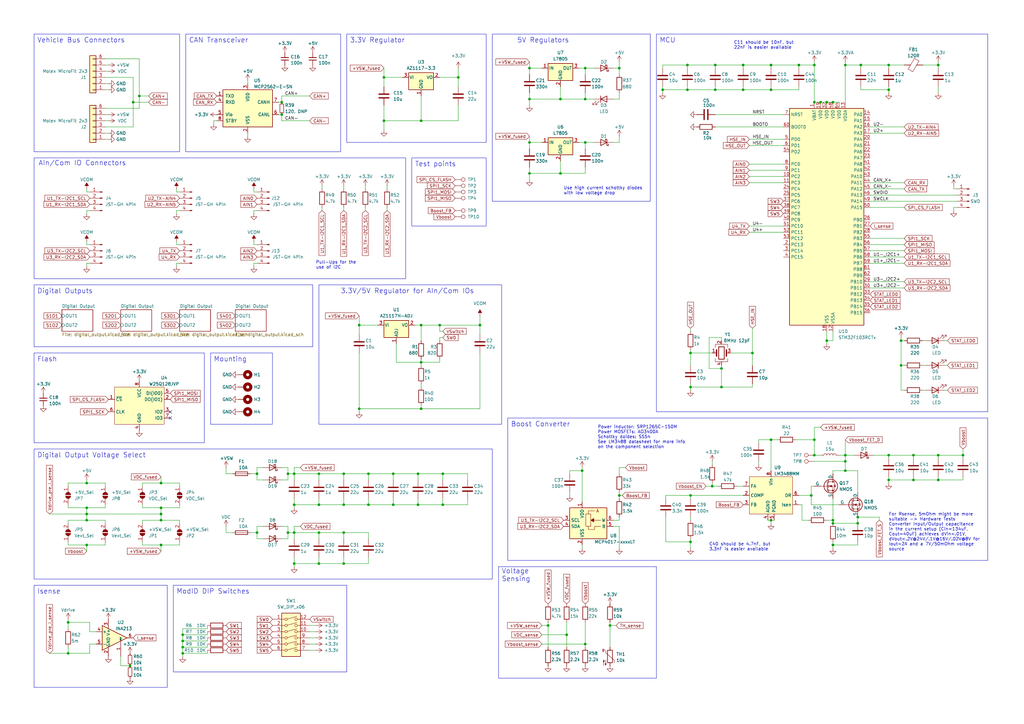
<source format=kicad_sch>
(kicad_sch (version 20230121) (generator eeschema)
  (paper "A3")
  (junction (at 120.65 218.44))
  (junction (at 240.03 27.94))
  (junction (at 180.34 133.35))
  (junction (at 394.97 186.69))
  (junction (at 271.78 36.83))
  (junction (at 304.8 36.83))
  (junction (at 147.32 167.64))
  (junction (at 217.17 58.42))
  (junction (at 316.23 180.34))
  (junction (at 181.61 194.31))
  (junction (at 353.06 26.67))
  (junction (at 74.93 260.35))
  (junction (at 140.97 231.14))
  (junction (at 171.45 207.01))
  (junction (at 351.79 214.63))
  (junction (at 254 27.94))
  (junction (at 35.56 210.82))
  (junction (at 316.23 36.83))
  (junction (at 240.03 264.16))
  (junction (at 334.01 41.91))
  (junction (at 140.97 218.44))
  (junction (at 140.97 207.01))
  (junction (at 66.04 210.82))
  (junction (at 304.8 26.67))
  (junction (at 172.72 167.64))
  (junction (at 181.61 207.01))
  (junction (at 118.11 194.31))
  (junction (at 172.72 148.59))
  (junction (at 217.17 27.94))
  (junction (at 346.71 189.23))
  (junction (at 295.91 158.75))
  (junction (at 283.21 222.25))
  (junction (at 74.93 265.43))
  (junction (at 229.87 71.12))
  (junction (at 74.93 267.97))
  (junction (at 157.48 31.75))
  (junction (at 292.1 199.39))
  (junction (at 374.65 196.85))
  (junction (at 364.49 186.69))
  (junction (at 341.63 214.63))
  (junction (at 120.65 231.14))
  (junction (at 229.87 40.64))
  (junction (at 240.03 40.64))
  (junction (at 53.34 273.05))
  (junction (at 74.93 262.89))
  (junction (at 295.91 151.13))
  (junction (at 120.65 194.31))
  (junction (at 332.74 203.2))
  (junction (at 369.57 149.86))
  (junction (at 238.76 193.04))
  (junction (at 293.37 36.83))
  (junction (at 35.56 198.12))
  (junction (at 281.94 26.67))
  (junction (at 341.63 41.91))
  (junction (at 316.23 213.36))
  (junction (at 130.81 194.31))
  (junction (at 283.21 144.78))
  (junction (at 232.41 260.35))
  (junction (at 254 203.2))
  (junction (at 240.03 58.42))
  (junction (at 346.71 186.69))
  (junction (at 351.79 212.09))
  (junction (at 115.57 41.91))
  (junction (at 27.94 267.97))
  (junction (at 172.72 49.53))
  (junction (at 196.85 133.35))
  (junction (at 120.65 207.01))
  (junction (at 334.01 180.34))
  (junction (at 341.63 213.36))
  (junction (at 27.94 255.27))
  (junction (at 105.41 218.44))
  (junction (at 66.04 213.36))
  (junction (at 281.94 36.83))
  (junction (at 224.79 256.54))
  (junction (at 130.81 231.14))
  (junction (at 339.09 41.91))
  (junction (at 130.81 207.01))
  (junction (at 374.65 186.69))
  (junction (at 66.04 208.28))
  (junction (at 217.17 40.64))
  (junction (at 130.81 218.44))
  (junction (at 54.61 41.91))
  (junction (at 161.29 194.31))
  (junction (at 35.56 213.36))
  (junction (at 171.45 194.31))
  (junction (at 346.71 193.04))
  (junction (at 384.81 186.69))
  (junction (at 161.29 207.01))
  (junction (at 339.09 139.7))
  (junction (at 293.37 26.67))
  (junction (at 369.57 139.7))
  (junction (at 57.15 39.37))
  (junction (at 250.19 256.54))
  (junction (at 66.04 223.52))
  (junction (at 118.11 218.44))
  (junction (at 187.96 31.75))
  (junction (at 346.71 26.67))
  (junction (at 147.32 133.35))
  (junction (at 283.21 203.2))
  (junction (at 316.23 26.67))
  (junction (at 334.01 26.67))
  (junction (at 151.13 207.01))
  (junction (at 151.13 194.31))
  (junction (at 364.49 196.85))
  (junction (at 308.61 144.78))
  (junction (at 35.56 208.28))
  (junction (at 334.01 186.69))
  (junction (at 384.81 196.85))
  (junction (at 35.56 223.52))
  (junction (at 283.21 158.75))
  (junction (at 66.04 198.12))
  (junction (at 105.41 194.31))
  (junction (at 327.66 26.67))
  (junction (at 336.55 41.91))
  (junction (at 140.97 194.31))
  (junction (at 115.57 46.99))
  (junction (at 364.49 26.67))
  (junction (at 341.63 223.52))
  (junction (at 157.48 49.53))
  (junction (at 172.72 133.35))
  (junction (at 217.17 71.12))
  (junction (at 364.49 36.83))
  (junction (at 384.81 26.67))
  (no_connect (at 69.85 171.45))
  (no_connect (at 69.85 168.91))
  (wire (pts (xy 364.49 198.12) (xy 364.49 196.85)))
  (wire (pts (xy 105.41 215.9) (xy 107.95 215.9)))
  (wire (pts (xy 293.37 36.83) (xy 293.37 35.56)))
  (wire (pts (xy 232.41 255.27) (xy 232.41 260.35)))
  (wire (pts (xy 271.78 26.67) (xy 281.94 26.67)))
  (wire (pts (xy 165.1 31.75) (xy 157.48 31.75)))
  (wire (pts (xy 290.83 151.13) (xy 295.91 151.13)))
  (wire (pts (xy 341.63 223.52) (xy 341.63 222.25)))
  (wire (pts (xy 341.63 204.47) (xy 341.63 213.36)))
  (wire (pts (xy 327.66 26.67) (xy 334.01 26.67)))
  (wire (pts (xy 283.21 144.78) (xy 283.21 149.86)))
  (wire (pts (xy 161.29 204.47) (xy 161.29 207.01)))
  (wire (pts (xy 171.45 207.01) (xy 181.61 207.01)))
  (wire (pts (xy 346.71 26.67) (xy 346.71 41.91)))
  (wire (pts (xy 394.97 184.15) (xy 394.97 186.69)))
  (wire (pts (xy 35.56 86.36) (xy 36.83 86.36)))
  (wire (pts (xy 364.49 35.56) (xy 364.49 36.83)))
  (wire (pts (xy 73.66 213.36) (xy 73.66 214.63)))
  (wire (pts (xy 292.1 189.23) (xy 292.1 190.5)))
  (wire (pts (xy 130.81 218.44) (xy 130.81 220.98)))
  (wire (pts (xy 72.39 86.36) (xy 72.39 87.63)))
  (wire (pts (xy 229.87 35.56) (xy 229.87 40.64)))
  (wire (pts (xy 115.57 49.53) (xy 115.57 46.99)))
  (wire (pts (xy 326.39 180.34) (xy 334.01 180.34)))
  (wire (pts (xy 295.91 151.13) (xy 295.91 158.75)))
  (wire (pts (xy 339.09 41.91) (xy 341.63 41.91)))
  (wire (pts (xy 35.56 210.82) (xy 66.04 210.82)))
  (wire (pts (xy 353.06 36.83) (xy 364.49 36.83)))
  (wire (pts (xy 43.18 34.29) (xy 44.45 34.29)))
  (wire (pts (xy 27.94 255.27) (xy 27.94 257.81)))
  (wire (pts (xy 293.37 36.83) (xy 304.8 36.83)))
  (wire (pts (xy 53.34 273.05) (xy 49.53 273.05)))
  (wire (pts (xy 240.03 58.42) (xy 237.49 58.42)))
  (wire (pts (xy 74.93 262.89) (xy 85.09 262.89)))
  (wire (pts (xy 118.11 194.31) (xy 118.11 196.85)))
  (wire (pts (xy 341.63 41.91) (xy 344.17 41.91)))
  (wire (pts (xy 101.6 54.61) (xy 101.6 55.88)))
  (wire (pts (xy 35.56 223.52) (xy 35.56 226.06)))
  (wire (pts (xy 120.65 231.14) (xy 130.81 231.14)))
  (wire (pts (xy 151.13 207.01) (xy 161.29 207.01)))
  (wire (pts (xy 123.19 215.9) (xy 120.65 215.9)))
  (wire (pts (xy 58.42 223.52) (xy 66.04 223.52)))
  (wire (pts (xy 304.8 26.67) (xy 316.23 26.67)))
  (wire (pts (xy 127 261.62) (xy 129.54 261.62)))
  (wire (pts (xy 43.18 44.45) (xy 57.15 44.45)))
  (wire (pts (xy 172.72 49.53) (xy 157.48 49.53)))
  (wire (pts (xy 161.29 207.01) (xy 171.45 207.01)))
  (wire (pts (xy 132.08 85.09) (xy 132.08 86.36)))
  (wire (pts (xy 181.61 204.47) (xy 181.61 207.01)))
  (wire (pts (xy 140.97 228.6) (xy 140.97 231.14)))
  (wire (pts (xy 35.56 100.33) (xy 36.83 100.33)))
  (wire (pts (xy 222.25 264.16) (xy 240.03 264.16)))
  (wire (pts (xy 217.17 71.12) (xy 229.87 71.12)))
  (wire (pts (xy 251.46 213.36) (xy 254 213.36)))
  (wire (pts (xy 172.72 167.64) (xy 196.85 167.64)))
  (wire (pts (xy 147.32 167.64) (xy 172.72 167.64)))
  (wire (pts (xy 378.46 149.86) (xy 379.73 149.86)))
  (wire (pts (xy 341.63 214.63) (xy 351.79 214.63)))
  (wire (pts (xy 43.18 54.61) (xy 44.45 54.61)))
  (wire (pts (xy 130.81 194.31) (xy 130.81 196.85)))
  (wire (pts (xy 271.78 38.1) (xy 271.78 36.83)))
  (wire (pts (xy 308.61 157.48) (xy 308.61 158.75)))
  (wire (pts (xy 233.68 193.04) (xy 238.76 193.04)))
  (wire (pts (xy 104.14 86.36) (xy 105.41 86.36)))
  (wire (pts (xy 27.94 198.12) (xy 35.56 198.12)))
  (wire (pts (xy 104.14 86.36) (xy 104.14 87.63)))
  (wire (pts (xy 105.41 191.77) (xy 105.41 194.31)))
  (wire (pts (xy 57.15 39.37) (xy 60.96 39.37)))
  (wire (pts (xy 394.97 195.58) (xy 394.97 196.85)))
  (wire (pts (xy 104.14 77.47) (xy 104.14 78.74)))
  (wire (pts (xy 384.81 35.56) (xy 384.81 38.1)))
  (wire (pts (xy 374.65 186.69) (xy 374.65 187.96)))
  (wire (pts (xy 281.94 26.67) (xy 293.37 26.67)))
  (wire (pts (xy 151.13 231.14) (xy 151.13 228.6)))
  (wire (pts (xy 92.71 191.77) (xy 92.71 194.31)))
  (wire (pts (xy 191.77 194.31) (xy 191.77 196.85)))
  (wire (pts (xy 240.03 27.94) (xy 237.49 27.94)))
  (wire (pts (xy 74.93 260.35) (xy 74.93 257.81)))
  (wire (pts (xy 369.57 139.7) (xy 369.57 138.43)))
  (wire (pts (xy 307.34 57.15) (xy 321.31 57.15)))
  (wire (pts (xy 58.42 223.52) (xy 58.42 222.25)))
  (wire (pts (xy 293.37 46.99) (xy 321.31 46.99)))
  (wire (pts (xy 92.71 218.44) (xy 95.25 218.44)))
  (wire (pts (xy 217.17 60.96) (xy 217.17 58.42)))
  (wire (pts (xy 254 40.64) (xy 254 38.1)))
  (wire (pts (xy 35.56 198.12) (xy 43.18 198.12)))
  (wire (pts (xy 35.56 78.74) (xy 36.83 78.74)))
  (wire (pts (xy 66.04 213.36) (xy 73.66 213.36)))
  (wire (pts (xy 87.63 49.53) (xy 88.9 49.53)))
  (wire (pts (xy 283.21 203.2) (xy 283.21 204.47)))
  (wire (pts (xy 356.87 52.07) (xy 370.84 52.07)))
  (wire (pts (xy 293.37 26.67) (xy 293.37 27.94)))
  (wire (pts (xy 370.84 54.61) (xy 356.87 54.61)))
  (wire (pts (xy 356.87 107.95) (xy 370.84 107.95)))
  (wire (pts (xy 147.32 133.35) (xy 147.32 137.16)))
  (wire (pts (xy 115.57 215.9) (xy 118.11 215.9)))
  (wire (pts (xy 307.34 59.69) (xy 321.31 59.69)))
  (wire (pts (xy 217.17 71.12) (xy 217.17 73.66)))
  (wire (pts (xy 360.68 213.36) (xy 360.68 212.09)))
  (wire (pts (xy 130.81 231.14) (xy 130.81 228.6)))
  (wire (pts (xy 341.63 223.52) (xy 341.63 224.79)))
  (wire (pts (xy 308.61 144.78) (xy 308.61 149.86)))
  (wire (pts (xy 74.93 269.24) (xy 74.93 267.97)))
  (wire (pts (xy 149.86 85.09) (xy 149.86 86.36)))
  (wire (pts (xy 353.06 26.67) (xy 346.71 26.67)))
  (wire (pts (xy 217.17 58.42) (xy 222.25 58.42)))
  (wire (pts (xy 104.14 100.33) (xy 105.41 100.33)))
  (wire (pts (xy 364.49 26.67) (xy 370.84 26.67)))
  (wire (pts (xy 295.91 151.13) (xy 295.91 149.86)))
  (wire (pts (xy 35.56 198.12) (xy 35.56 196.85)))
  (wire (pts (xy 43.18 198.12) (xy 43.18 199.39)))
  (wire (pts (xy 57.15 39.37) (xy 57.15 44.45)))
  (wire (pts (xy 27.94 223.52) (xy 27.94 222.25)))
  (wire (pts (xy 130.81 218.44) (xy 140.97 218.44)))
  (wire (pts (xy 341.63 214.63) (xy 341.63 213.36)))
  (wire (pts (xy 120.65 204.47) (xy 120.65 207.01)))
  (wire (pts (xy 370.84 85.09) (xy 356.87 85.09)))
  (wire (pts (xy 384.81 26.67) (xy 384.81 27.94)))
  (wire (pts (xy 217.17 30.48) (xy 217.17 27.94)))
  (wire (pts (xy 344.17 186.69) (xy 346.71 186.69)))
  (wire (pts (xy 229.87 66.04) (xy 229.87 71.12)))
  (wire (pts (xy 158.75 85.09) (xy 158.75 86.36)))
  (wire (pts (xy 334.01 199.39) (xy 332.74 199.39)))
  (wire (pts (xy 120.65 215.9) (xy 120.65 218.44)))
  (wire (pts (xy 346.71 186.69) (xy 350.52 186.69)))
  (wire (pts (xy 172.72 147.32) (xy 172.72 148.59)))
  (wire (pts (xy 104.14 78.74) (xy 105.41 78.74)))
  (wire (pts (xy 316.23 180.34) (xy 316.23 193.04)))
  (wire (pts (xy 72.39 78.74) (xy 73.66 78.74)))
  (wire (pts (xy 36.83 267.97) (xy 27.94 267.97)))
  (wire (pts (xy 391.16 76.2) (xy 391.16 77.47)))
  (wire (pts (xy 49.53 273.05) (xy 49.53 269.24)))
  (wire (pts (xy 316.23 26.67) (xy 327.66 26.67)))
  (wire (pts (xy 43.18 208.28) (xy 43.18 207.01)))
  (wire (pts (xy 255.27 203.2) (xy 254 203.2)))
  (wire (pts (xy 102.87 218.44) (xy 105.41 218.44)))
  (wire (pts (xy 187.96 31.75) (xy 187.96 27.94)))
  (wire (pts (xy 328.93 207.01) (xy 327.66 207.01)))
  (wire (pts (xy 378.46 139.7) (xy 379.73 139.7)))
  (wire (pts (xy 295.91 158.75) (xy 308.61 158.75)))
  (wire (pts (xy 43.18 36.83) (xy 44.45 36.83)))
  (wire (pts (xy 118.11 215.9) (xy 118.11 218.44)))
  (wire (pts (xy 127 39.37) (xy 115.57 39.37)))
  (wire (pts (xy 238.76 191.77) (xy 238.76 193.04)))
  (wire (pts (xy 147.32 167.64) (xy 147.32 168.91)))
  (wire (pts (xy 58.42 207.01) (xy 58.42 208.28)))
  (wire (pts (xy 180.34 138.43) (xy 180.34 139.7)))
  (wire (pts (xy 161.29 194.31) (xy 171.45 194.31)))
  (wire (pts (xy 147.32 133.35) (xy 154.94 133.35)))
  (wire (pts (xy 73.66 223.52) (xy 73.66 222.25)))
  (wire (pts (xy 196.85 129.54) (xy 196.85 133.35)))
  (wire (pts (xy 27.94 213.36) (xy 35.56 213.36)))
  (wire (pts (xy 290.83 138.43) (xy 290.83 151.13)))
  (wire (pts (xy 74.93 267.97) (xy 85.09 267.97)))
  (wire (pts (xy 73.66 208.28) (xy 73.66 207.01)))
  (wire (pts (xy 43.18 46.99) (xy 44.45 46.99)))
  (wire (pts (xy 240.03 27.94) (xy 243.84 27.94)))
  (wire (pts (xy 105.41 191.77) (xy 107.95 191.77)))
  (wire (pts (xy 351.79 193.04) (xy 351.79 201.93)))
  (wire (pts (xy 114.3 41.91) (xy 115.57 41.91)))
  (wire (pts (xy 74.93 265.43) (xy 85.09 265.43)))
  (wire (pts (xy 171.45 194.31) (xy 171.45 196.85)))
  (wire (pts (xy 57.15 39.37) (xy 57.15 24.13)))
  (wire (pts (xy 54.61 41.91) (xy 60.96 41.91)))
  (wire (pts (xy 66.04 226.06) (xy 66.04 223.52)))
  (wire (pts (xy 311.15 180.34) (xy 311.15 181.61)))
  (wire (pts (xy 140.97 218.44) (xy 151.13 218.44)))
  (wire (pts (xy 356.87 82.55) (xy 392.43 82.55)))
  (wire (pts (xy 158.75 76.2) (xy 158.75 77.47)))
  (wire (pts (xy 43.18 223.52) (xy 43.18 222.25)))
  (wire (pts (xy 58.42 198.12) (xy 66.04 198.12)))
  (wire (pts (xy 346.71 180.34) (xy 346.71 186.69)))
  (wire (pts (xy 54.61 41.91) (xy 54.61 52.07)))
  (wire (pts (xy 172.72 157.48) (xy 172.72 158.75)))
  (wire (pts (xy 332.74 203.2) (xy 332.74 207.01)))
  (wire (pts (xy 114.3 46.99) (xy 115.57 46.99)))
  (wire (pts (xy 307.34 92.71) (xy 321.31 92.71)))
  (wire (pts (xy 283.21 220.98) (xy 283.21 222.25)))
  (wire (pts (xy 170.18 133.35) (xy 172.72 133.35)))
  (wire (pts (xy 339.09 140.97) (xy 339.09 139.7)))
  (wire (pts (xy 316.23 26.67) (xy 316.23 27.94)))
  (wire (pts (xy 72.39 99.06) (xy 72.39 100.33)))
  (wire (pts (xy 254 213.36) (xy 254 212.09)))
  (wire (pts (xy 364.49 26.67) (xy 353.06 26.67)))
  (wire (pts (xy 217.17 68.58) (xy 217.17 71.12)))
  (wire (pts (xy 384.81 25.4) (xy 384.81 26.67)))
  (wire (pts (xy 283.21 212.09) (xy 283.21 213.36)))
  (wire (pts (xy 66.04 208.28) (xy 73.66 208.28)))
  (wire (pts (xy 127 264.16) (xy 129.54 264.16)))
  (wire (pts (xy 254 27.94) (xy 254 25.4)))
  (wire (pts (xy 316.23 214.63) (xy 316.23 213.36)))
  (wire (pts (xy 101.6 33.02) (xy 101.6 34.29)))
  (wire (pts (xy 118.11 218.44) (xy 120.65 218.44)))
  (wire (pts (xy 334.01 186.69) (xy 336.55 186.69)))
  (wire (pts (xy 283.21 144.78) (xy 292.1 144.78)))
  (wire (pts (xy 336.55 41.91) (xy 339.09 41.91)))
  (wire (pts (xy 180.34 135.89) (xy 180.34 133.35)))
  (wire (pts (xy 217.17 25.4) (xy 217.17 27.94)))
  (wire (pts (xy 140.97 194.31) (xy 140.97 196.85)))
  (wire (pts (xy 254 215.9) (xy 251.46 215.9)))
  (wire (pts (xy 217.17 43.18) (xy 217.17 40.64)))
  (wire (pts (xy 370.84 160.02) (xy 369.57 160.02)))
  (wire (pts (xy 299.72 144.78) (xy 308.61 144.78)))
  (wire (pts (xy 346.71 189.23) (xy 346.71 193.04)))
  (wire (pts (xy 307.34 95.25) (xy 321.31 95.25)))
  (wire (pts (xy 104.14 107.95) (xy 105.41 107.95)))
  (wire (pts (xy 130.81 207.01) (xy 130.81 204.47)))
  (wire (pts (xy 388.62 139.7) (xy 387.35 139.7)))
  (wire (pts (xy 374.65 186.69) (xy 364.49 186.69)))
  (wire (pts (xy 336.55 175.26) (xy 334.01 175.26)))
  (wire (pts (xy 332.74 207.01) (xy 344.17 207.01)))
  (wire (pts (xy 58.42 198.12) (xy 58.42 199.39)))
  (wire (pts (xy 384.81 186.69) (xy 374.65 186.69)))
  (wire (pts (xy 27.94 207.01) (xy 27.94 208.28)))
  (wire (pts (xy 127 266.7) (xy 129.54 266.7)))
  (wire (pts (xy 250.19 256.54) (xy 250.19 265.43)))
  (wire (pts (xy 43.18 26.67) (xy 44.45 26.67)))
  (wire (pts (xy 283.21 203.2) (xy 304.8 203.2)))
  (wire (pts (xy 85.09 260.35) (xy 85.09 259.08)))
  (wire (pts (xy 66.04 223.52) (xy 73.66 223.52)))
  (wire (pts (xy 43.18 29.21) (xy 44.45 29.21)))
  (wire (pts (xy 295.91 138.43) (xy 290.83 138.43)))
  (wire (pts (xy 43.18 24.13) (xy 57.15 24.13)))
  (wire (pts (xy 140.97 85.09) (xy 140.97 86.36)))
  (wire (pts (xy 394.97 186.69) (xy 384.81 186.69)))
  (wire (pts (xy 151.13 194.31) (xy 161.29 194.31)))
  (wire (pts (xy 240.03 58.42) (xy 243.84 58.42)))
  (wire (pts (xy 327.66 27.94) (xy 327.66 26.67)))
  (wire (pts (xy 151.13 194.31) (xy 151.13 196.85)))
  (wire (pts (xy 353.06 27.94) (xy 353.06 26.67)))
  (wire (pts (xy 316.23 213.36) (xy 314.96 213.36)))
  (wire (pts (xy 171.45 207.01) (xy 171.45 204.47)))
  (wire (pts (xy 127 256.54) (xy 129.54 256.54)))
  (wire (pts (xy 196.85 167.64) (xy 196.85 144.78)))
  (wire (pts (xy 147.32 129.54) (xy 147.32 133.35)))
  (wire (pts (xy 35.56 77.47) (xy 35.56 78.74)))
  (wire (pts (xy 85.09 257.81) (xy 85.09 256.54)))
  (wire (pts (xy 161.29 194.31) (xy 161.29 196.85)))
  (wire (pts (xy 92.71 194.31) (xy 95.25 194.31)))
  (wire (pts (xy 334.01 41.91) (xy 336.55 41.91)))
  (wire (pts (xy 356.87 80.01) (xy 392.43 80.01)))
  (wire (pts (xy 172.72 49.53) (xy 187.96 49.53)))
  (wire (pts (xy 273.05 222.25) (xy 283.21 222.25)))
  (wire (pts (xy 240.03 38.1) (xy 240.03 40.64)))
  (wire (pts (xy 20.32 267.97) (xy 27.94 267.97)))
  (wire (pts (xy 127 259.08) (xy 129.54 259.08)))
  (wire (pts (xy 374.65 196.85) (xy 384.81 196.85)))
  (wire (pts (xy 43.18 213.36) (xy 43.18 214.63)))
  (wire (pts (xy 370.84 100.33) (xy 356.87 100.33)))
  (wire (pts (xy 391.16 85.09) (xy 392.43 85.09)))
  (wire (pts (xy 307.34 74.93) (xy 321.31 74.93)))
  (wire (pts (xy 187.96 35.56) (xy 187.96 31.75)))
  (wire (pts (xy 217.17 55.88) (xy 217.17 58.42)))
  (wire (pts (xy 118.11 191.77) (xy 118.11 194.31)))
  (wire (pts (xy 66.04 198.12) (xy 73.66 198.12)))
  (wire (pts (xy 66.04 210.82) (xy 66.04 208.28)))
  (wire (pts (xy 74.93 262.89) (xy 74.93 265.43)))
  (wire (pts (xy 316.23 36.83) (xy 327.66 36.83)))
  (wire (pts (xy 334.01 175.26) (xy 334.01 180.34)))
  (wire (pts (xy 331.47 213.36) (xy 328.93 213.36)))
  (wire (pts (xy 283.21 160.02) (xy 283.21 158.75)))
  (wire (pts (xy 58.42 208.28) (xy 66.04 208.28)))
  (wire (pts (xy 87.63 50.8) (xy 87.63 49.53)))
  (wire (pts (xy 388.62 160.02) (xy 387.35 160.02)))
  (wire (pts (xy 356.87 105.41) (xy 370.84 105.41)))
  (wire (pts (xy 217.17 40.64) (xy 229.87 40.64)))
  (wire (pts (xy 369.57 149.86) (xy 369.57 160.02)))
  (wire (pts (xy 157.48 31.75) (xy 157.48 35.56)))
  (wire (pts (xy 339.09 139.7) (xy 339.09 135.89)))
  (wire (pts (xy 157.48 27.94) (xy 157.48 31.75)))
  (wire (pts (xy 181.61 194.31) (xy 191.77 194.31)))
  (wire (pts (xy 162.56 148.59) (xy 172.72 148.59)))
  (wire (pts (xy 334.01 189.23) (xy 346.71 189.23)))
  (wire (pts (xy 74.93 260.35) (xy 85.09 260.35)))
  (wire (pts (xy 140.97 207.01) (xy 151.13 207.01)))
  (wire (pts (xy 304.8 36.83) (xy 316.23 36.83)))
  (wire (pts (xy 36.83 264.16) (xy 36.83 267.97)))
  (wire (pts (xy 36.83 255.27) (xy 27.94 255.27)))
  (wire (pts (xy 251.46 40.64) (xy 254 40.64)))
  (wire (pts (xy 293.37 52.07) (xy 321.31 52.07)))
  (wire (pts (xy 27.94 267.97) (xy 27.94 265.43)))
  (wire (pts (xy 251.46 27.94) (xy 254 27.94)))
  (wire (pts (xy 295.91 139.7) (xy 295.91 138.43)))
  (wire (pts (xy 378.46 26.67) (xy 384.81 26.67)))
  (wire (pts (xy 130.81 194.31) (xy 140.97 194.31)))
  (wire (pts (xy 254 58.42) (xy 254 55.88)))
  (wire (pts (xy 115.57 220.98) (xy 118.11 220.98)))
  (wire (pts (xy 251.46 58.42) (xy 254 58.42)))
  (wire (pts (xy 181.61 194.31) (xy 181.61 196.85)))
  (wire (pts (xy 281.94 36.83) (xy 293.37 36.83)))
  (wire (pts (xy 72.39 100.33) (xy 73.66 100.33)))
  (wire (pts (xy 217.17 38.1) (xy 217.17 40.64)))
  (wire (pts (xy 283.21 134.62) (xy 283.21 135.89)))
  (wire (pts (xy 233.68 194.31) (xy 233.68 193.04)))
  (wire (pts (xy 250.19 256.54) (xy 252.73 256.54)))
  (wire (pts (xy 222.25 260.35) (xy 232.41 260.35)))
  (wire (pts (xy 327.66 203.2) (xy 332.74 203.2)))
  (wire (pts (xy 181.61 135.89) (xy 180.34 135.89)))
  (wire (pts (xy 289.56 199.39) (xy 292.1 199.39)))
  (wire (pts (xy 271.78 36.83) (xy 281.94 36.83)))
  (wire (pts (xy 238.76 193.04) (xy 238.76 205.74)))
  (wire (pts (xy 196.85 133.35) (xy 196.85 137.16)))
  (wire (pts (xy 105.41 220.98) (xy 105.41 218.44)))
  (wire (pts (xy 74.93 267.97) (xy 74.93 265.43)))
  (wire (pts (xy 384.81 195.58) (xy 384.81 196.85)))
  (wire (pts (xy 364.49 196.85) (xy 364.49 195.58)))
  (wire (pts (xy 256.54 191.77) (xy 254 191.77)))
  (wire (pts (xy 316.23 213.36) (xy 317.5 213.36)))
  (wire (pts (xy 58.42 214.63) (xy 58.42 213.36)))
  (wire (pts (xy 292.1 199.39) (xy 294.64 199.39)))
  (wire (pts (xy 43.18 208.28) (xy 35.56 208.28)))
  (wire (pts (xy 356.87 74.93) (xy 370.84 74.93)))
  (wire (pts (xy 316.23 180.34) (xy 311.15 180.34)))
  (wire (pts (xy 27.94 223.52) (xy 35.56 223.52)))
  (wire (pts (xy 341.63 139.7) (xy 341.63 135.89)))
  (wire (pts (xy 54.61 52.07) (xy 43.18 52.07)))
  (wire (pts (xy 35.56 86.36) (xy 35.56 87.63)))
  (wire (pts (xy 316.23 36.83) (xy 316.23 35.56)))
  (wire (pts (xy 369.57 149.86) (xy 370.84 149.86)))
  (wire (pts (xy 346.71 186.69) (xy 346.71 189.23)))
  (wire (pts (xy 120.65 228.6) (xy 120.65 231.14)))
  (wire (pts (xy 232.41 265.43) (xy 232.41 260.35)))
  (wire (pts (xy 360.68 212.09) (xy 351.79 212.09)))
  (wire (pts (xy 72.39 107.95) (xy 72.39 109.22)))
  (wire (pts (xy 149.86 76.2) (xy 149.86 77.47)))
  (wire (pts (xy 118.11 194.31) (xy 120.65 194.31)))
  (wire (pts (xy 283.21 158.75) (xy 295.91 158.75)))
  (wire (pts (xy 39.37 264.16) (xy 36.83 264.16)))
  (wire (pts (xy 391.16 85.09) (xy 391.16 86.36)))
  (wire (pts (xy 132.08 76.2) (xy 132.08 77.47)))
  (wire (pts (xy 318.77 180.34) (xy 316.23 180.34)))
  (wire (pts (xy 233.68 203.2) (xy 233.68 201.93)))
  (wire (pts (xy 240.03 68.58) (xy 240.03 71.12)))
  (wire (pts (xy 293.37 26.67) (xy 304.8 26.67)))
  (wire (pts (xy 191.77 207.01) (xy 191.77 204.47)))
  (wire (pts (xy 240.03 40.64) (xy 243.84 40.64)))
  (wire (pts (xy 353.06 35.56) (xy 353.06 36.83)))
  (wire (pts (xy 180.34 138.43) (xy 181.61 138.43)))
  (wire (pts (xy 180.34 148.59) (xy 180.34 147.32)))
  (wire (pts (xy 43.18 49.53) (xy 44.45 49.53)))
  (wire (pts (xy 72.39 107.95) (xy 73.66 107.95)))
  (wire (pts (xy 307.34 67.31) (xy 321.31 67.31)))
  (wire (pts (xy 27.94 254) (xy 27.94 255.27)))
  (wire (pts (xy 238.76 224.79) (xy 238.76 223.52)))
  (wire (pts (xy 217.17 27.94) (xy 222.25 27.94)))
  (wire (pts (xy 364.49 187.96) (xy 364.49 186.69)))
  (wire (pts (xy 172.72 167.64) (xy 172.72 166.37)))
  (wire (pts (xy 43.18 31.75) (xy 54.61 31.75)))
  (wire (pts (xy 224.79 256.54) (xy 224.79 255.27)))
  (wire (pts (xy 378.46 160.02) (xy 379.73 160.02)))
  (wire (pts (xy 54.61 31.75) (xy 54.61 41.91)))
  (wire (pts (xy 351.79 222.25) (xy 351.79 223.52)))
  (wire (pts (xy 85.09 265.43) (xy 85.09 264.16)))
  (wire (pts (xy 172.72 149.86) (xy 172.72 148.59)))
  (wire (pts (xy 36.83 259.08) (xy 36.83 255.27)))
  (wire (pts (xy 281.94 26.67) (xy 281.94 27.94)))
  (wire (pts (xy 394.97 186.69) (xy 394.97 187.96)))
  (wire (pts (xy 181.61 207.01) (xy 191.77 207.01)))
  (wire (pts (xy 72.39 78.74) (xy 72.39 77.47)))
  (wire (pts (xy 66.04 195.58) (xy 66.04 198.12)))
  (wire (pts (xy 105.41 194.31) (xy 105.41 196.85)))
  (wire (pts (xy 334.01 25.4) (xy 334.01 26.67)))
  (wire (pts (xy 157.48 43.18) (xy 157.48 49.53)))
  (wire (pts (xy 271.78 26.67) (xy 271.78 27.94)))
  (wire (pts (xy 384.81 186.69) (xy 384.81 187.96)))
  (wire (pts (xy 36.83 259.08) (xy 39.37 259.08)))
  (wire (pts (xy 307.34 72.39) (xy 321.31 72.39)))
  (wire (pts (xy 35.56 208.28) (xy 35.56 210.82)))
  (wire (pts (xy 74.93 260.35) (xy 74.93 262.89)))
  (wire (pts (xy 35.56 107.95) (xy 35.56 109.22)))
  (wire (pts (xy 283.21 143.51) (xy 283.21 144.78)))
  (wire (pts (xy 369.57 139.7) (xy 369.57 149.86)))
  (wire (pts (xy 332.74 199.39) (xy 332.74 203.2)))
  (wire (pts (xy 370.84 97.79) (xy 356.87 97.79)))
  (wire (pts (xy 229.87 40.64) (xy 240.03 40.64)))
  (wire (pts (xy 43.18 57.15) (xy 44.45 57.15)))
  (wire (pts (xy 254 201.93) (xy 254 203.2)))
  (wire (pts (xy 172.72 133.35) (xy 172.72 139.7)))
  (wire (pts (xy 304.8 36.83) (xy 304.8 35.56)))
  (wire (pts (xy 172.72 39.37) (xy 172.72 49.53)))
  (wire (pts (xy 358.14 186.69) (xy 364.49 186.69)))
  (wire (pts (xy 229.87 71.12) (xy 240.03 71.12)))
  (wire (pts (xy 254 191.77) (xy 254 194.31)))
  (wire (pts (xy 339.09 213.36) (xy 341.63 213.36)))
  (wire (pts (xy 115.57 196.85) (xy 118.11 196.85)))
  (wire (pts (xy 85.09 267.97) (xy 85.09 266.7)))
  (wire (pts (xy 73.66 198.12) (xy 73.66 199.39)))
  (wire (pts (xy 180.34 31.75) (xy 187.96 31.75)))
  (wire (pts (xy 107.95 196.85) (xy 105.41 196.85)))
  (wire (pts (xy 271.78 36.83) (xy 271.78 35.56)))
  (wire (pts (xy 127 49.53) (xy 115.57 49.53)))
  (wire (pts (xy 20.32 210.82) (xy 35.56 210.82)))
  (wire (pts (xy 105.41 218.44) (xy 105.41 215.9)))
  (wire (pts (xy 58.42 213.36) (xy 66.04 213.36)))
  (wire (pts (xy 118.11 218.44) (xy 118.11 220.98)))
  (wire (pts (xy 351.79 212.09) (xy 351.79 214.63)))
  (wire (pts (xy 140.97 76.2) (xy 140.97 77.47)))
  (wire (pts (xy 384.81 196.85) (xy 394.97 196.85)))
  (wire (pts (xy 120.65 194.31) (xy 130.81 194.31)))
  (wire (pts (xy 35.56 208.28) (xy 27.94 208.28)))
  (wire (pts (xy 273.05 212.09) (xy 273.05 222.25)))
  (wire (pts (xy 240.03 255.27) (xy 240.03 264.16)))
  (wire (pts (xy 341.63 194.31) (xy 341.63 193.04)))
  (wire (pts (xy 130.81 207.01) (xy 140.97 207.01)))
  (wire (pts (xy 364.49 196.85) (xy 374.65 196.85)))
  (wire (pts (xy 307.34 69.85) (xy 321.31 69.85)))
  (wire (pts (xy 147.32 144.78) (xy 147.32 167.64)))
  (wire (pts (xy 157.48 49.53) (xy 157.48 53.34)))
  (wire (pts (xy 120.65 207.01) (xy 120.65 208.28)))
  (wire (pts (xy 283.21 157.48) (xy 283.21 158.75)))
  (wire (pts (xy 254 203.2) (xy 254 204.47)))
  (wire (pts (xy 151.13 207.01) (xy 151.13 204.47)))
  (wire (pts (xy 356.87 118.11) (xy 370.84 118.11)))
  (wire (pts (xy 35.56 223.52) (xy 43.18 223.52)))
  (wire (pts (xy 151.13 218.44) (xy 151.13 220.98)))
  (wire (pts (xy 273.05 204.47) (xy 273.05 203.2)))
  (wire (pts (xy 115.57 39.37) (xy 115.57 41.91)))
  (wire (pts (xy 107.95 220.98) (xy 105.41 220.98)))
  (wire (pts (xy 356.87 115.57) (xy 370.84 115.57)))
  (wire (pts (xy 346.71 193.04) (xy 351.79 193.04)))
  (wire (pts (xy 240.03 60.96) (xy 240.03 58.42)))
  (wire (pts (xy 364.49 27.94) (xy 364.49 26.67)))
  (wire (pts (xy 341.63 223.52) (xy 351.79 223.52)))
  (wire (pts (xy 339.09 139.7) (xy 341.63 139.7)))
  (wire (pts (xy 328.93 213.36) (xy 328.93 207.01)))
  (wire (pts (xy 115.57 191.77) (xy 118.11 191.77)))
  (wire (pts (xy 140.97 204.47) (xy 140.97 207.01)))
  (wire (pts (xy 104.14 107.95) (xy 104.14 109.22)))
  (wire (pts (xy 35.56 99.06) (xy 35.56 100.33)))
  (wire (pts (xy 222.25 256.54) (xy 224.79 256.54)))
  (wire (pts (xy 308.61 134.62) (xy 308.61 144.78)))
  (wire (pts (xy 104.14 99.06) (xy 104.14 100.33)))
  (wire (pts (xy 304.8 26.67) (xy 304.8 27.94)))
  (wire (pts (xy 120.65 231.14) (xy 120.65 232.41)))
  (wire (pts (xy 370.84 102.87) (xy 356.87 102.87)))
  (wire (pts (xy 27.94 198.12) (xy 27.94 199.39)))
  (wire (pts (xy 92.71 215.9) (xy 92.71 218.44)))
  (wire (pts (xy 130.81 231.14) (xy 140.97 231.14)))
  (wire (pts (xy 240.03 265.43) (xy 240.03 264.16)))
  (wire (pts (xy 72.39 86.36) (xy 73.66 86.36)))
  (wire (pts (xy 273.05 203.2) (xy 283.21 203.2)))
  (wire (pts (xy 27.94 214.63) (xy 27.94 213.36)))
  (wire (pts (xy 180.34 133.35) (xy 196.85 133.35)))
  (wire (pts (xy 364.49 38.1) (xy 364.49 36.83)))
  (wire (pts (xy 140.97 194.31) (xy 151.13 194.31)))
  (wire (pts (xy 66.04 210.82) (xy 66.04 213.36)))
  (wire (pts (xy 162.56 140.97) (xy 162.56 148.59)))
  (wire (pts (xy 334.01 26.67) (xy 334.01 41.91)))
  (wire (pts (xy 281.94 36.83) (xy 281.94 35.56)))
  (wire (pts (xy 327.66 35.56) (xy 327.66 36.83)))
  (wire (pts (xy 74.93 257.81) (xy 85.09 257.81)))
  (wire (pts (xy 302.26 199.39) (xy 304.8 199.39)))
  (wire (pts (xy 388.62 149.86) (xy 387.35 149.86)))
  (wire (pts (xy 171.45 194.31) (xy 181.61 194.31)))
  (wire (pts (xy 85.09 262.89) (xy 85.09 261.62)))
  (wire (pts (xy 187.96 43.18) (xy 187.96 49.53)))
  (wire (pts (xy 140.97 231.14) (xy 151.13 231.14)))
  (wire (pts (xy 391.16 77.47) (xy 392.43 77.47)))
  (wire (pts (xy 102.87 194.31) (xy 105.41 194.31)))
  (wire (pts (xy 311.15 189.23) (xy 311.15 190.5)))
  (wire (pts (xy 250.19 255.27) (xy 250.19 256.54)))
  (wire (pts (xy 120.65 218.44) (xy 120.65 220.98)))
  (wire (pts (xy 172.72 148.59) (xy 180.34 148.59)))
  (wire (pts (xy 356.87 77.47) (xy 370.84 77.47)))
  (wire (pts (xy 123.19 191.77) (xy 120.65 191.77)))
  (wire (pts (xy 224.79 265.43) (xy 224.79 256.54)))
  (wire (pts (xy 334.01 180.34) (xy 334.01 186.69)))
  (wire (pts (xy 35.56 107.95) (xy 36.83 107.95)))
  (wire (pts (xy 240.03 30.48) (xy 240.03 27.94)))
  (wire (pts (xy 35.56 213.36) (xy 43.18 213.36)))
  (wire (pts (xy 140.97 218.44) (xy 140.97 220.98)))
  (wire (pts (xy 292.1 198.12) (xy 292.1 199.39)))
  (wire (pts (xy 120.65 194.31) (xy 120.65 196.85)))
  (wire (pts (xy 254 27.94) (xy 254 30.48)))
  (wire (pts (xy 120.65 218.44) (xy 130.81 218.44)))
  (wire (pts (xy 346.71 25.4) (xy 346.71 26.67)))
  (wire (pts (xy 120.65 207.01) (xy 130.81 207.01)))
  (wire (pts (xy 283.21 222.25) (xy 283.21 224.79)))
  (wire (pts (xy 172.72 133.35) (xy 180.34 133.35)))
  (wire (pts (xy 120.65 191.77) (xy 120.65 194.31)))
  (wire (pts (xy 254 224.79) (xy 254 215.9)))
  (wire (pts (xy 35.56 210.82) (xy 35.56 213.36)))
  (wire (pts (xy 346.71 193.04) (xy 341.63 193.04)))
  (wire (pts (xy 369.57 139.7) (xy 370.84 139.7)))
  (wire (pts (xy 374.65 195.58) (xy 374.65 196.85)))
  (rectangle (start 86.36 144.78) (end 111.76 173.99))
  (rectangle (start 201.93 13.97) (end 266.7 82.55))
  (rectangle (start 13.97 240.03) (end 68.58 281.94))
  (rectangle (start 13.97 144.78) (end 83.82 181.61))
  (rectangle (start 208.28 171.45) (end 405.13 229.87))
  (rectangle (start 130.81 116.84) (end 205.74 173.99))
  (rectangle (start 142.24 13.97) (end 199.39 58.42))
  (rectangle (start 204.47 232.41) (end 269.24 278.13))
  (rectangle (start 13.97 64.77) (end 166.37 114.3))
  (rectangle (start 269.24 13.97) (end 405.13 168.91))
  (rectangle (start 13.97 184.15) (end 201.93 237.49))
  (rectangle (start 71.12 240.03) (end 142.24 275.59))
  (rectangle (start 168.91 64.77) (end 199.39 92.71))
  (rectangle (start 13.97 116.84) (end 128.27 142.24))
  (rectangle (start 13.97 13.97) (end 73.66 62.23))
  (rectangle (start 76.2 13.97) (end 139.7 62.23))
  (text "Isense" (at 15.24 243.84 0) (effects (font (size 2 2)) (justify left bottom)))
  (text "Vehicle Bus Connectors" (at 15.24 17.78 0) (effects (font (size 2 2)) (justify left bottom)))
  (text "ModID DIP Switches" (at 72.39 243.84 0) (effects (font (size 2 2)) (justify left bottom)))
  (text "Pull-Ups for the\nuse of I2C" (at 129.54 110.49 0) (effects (font (size 1.27 1.27)) (justify left bottom)))
  (text "Those must be on AINs" (at 424.18 109.22 0) (effects (font (size 1.27 1.27)) (justify left bottom)))
  (text "C40 should be 4.7nF, but\n3.3nF is easier available" (at 290.83 226.06 0) (effects (font (size 1.27 1.27)) (justify left bottom)))
  (text "Mounting" (at 87.63 148.59 0) (effects (font (size 2 2)) (justify left bottom)))
  (text "C11 should be 10nF, but\n22nF is easier available" (at 300.99 20.32 0) (effects (font (size 1.27 1.27)) (justify left bottom)))
  (text "Test points" (at 170.18 68.58 0) (effects (font (size 2 2)) (justify left bottom)))
  (text "Voltage\nSensing" (at 205.74 238.76 0) (effects (font (size 2 2)) (justify left bottom)))
  (text "CAN Transceiver" (at 77.47 17.78 0) (effects (font (size 2 2)) (justify left bottom)))
  (text "3.3V/5V Regulator for AIn/Com IOs" (at 139.7 120.65 0) (effects (font (size 2 2)) (justify left bottom)))
  (text "Digital Output Voltage Select" (at 15.24 187.96 0) (effects (font (size 2 2)) (justify left bottom)))
  (text "AIn/Com IO Connectors" (at 15.7594 68.176 0) (effects (font (size 2 2)) (justify left bottom)))
  (text "Digital Outputs" (at 15.24 120.65 0) (effects (font (size 2 2)) (justify left bottom)))
  (text "MCU" (at 270.51 17.78 0) (effects (font (size 2 2)) (justify left bottom)))
  (text "Use high current schottky diodes\nwith low voltage drop" (at 231.14 80.01 0) (effects (font (size 1.27 1.27)) (justify left bottom)))
  (text "Those should be on timers" (at 422.91 50.8 0) (effects (font (size 1.27 1.27)) (justify left bottom)))
  (text "Power inductor: SRP1265C-150M\nPower MOSFETs: AO3400A\nSchottky doides: SS54\nSee LM3488 datasheet for more info \non the component selection" (at 245.11 184.15 0) (effects (font (size 1.27 1.27)) (justify left bottom)))
  (text "3.3V Regulator" (at 143.51 17.78 0) (effects (font (size 2 2)) (justify left bottom)))
  (text "For Rsense, 5mOhm might be more\nsuitable -> Hardware Tests\nConverter Input/Output capacitance\nin the current setup (Cin=134uF, \nCout=40uF) achieves dVin<.01V, \ndVout<.2V@24V/.1V@16V/.02V@8V for\nIout=2A and a 7V/50mOhm voltage \nsource" (at 364.49 226.06 0) (effects (font (size 1.27 1.27)) (justify left bottom)))
  (text "Flash" (at 15.24 148.59 0) (effects (font (size 2 2)) (justify left bottom)))
  (text "Those can be anywhere" (at 424.18 77.47 0) (effects (font (size 1.27 1.27)) (justify left bottom)))
  (text "5V Regulators" (at 212.09 17.78 0) (effects (font (size 2 2)) (justify left bottom)))
  (text "Boost Converter" (at 209.55 175.26 0) (effects (font (size 2 2)) (justify left bottom)))
  (label "U4-" (at 308.61 92.71 0))
  (label "CAN_X-" (at 358.14 77.47 0))
  (label "BOOTO" (at 308.61 52.07 0))
  (label "U1+_I2C1-" (at 358.14 107.95 0))
  (label "SWCLK" (at 358.14 82.55 0))
  (label "U2+" (at 358.14 54.61 0))
  (label "NRST" (at 308.61 46.99 0))
  (label "U3+_I2C2-" (at 358.14 118.11 0))
  (label "SWDIO" (at 358.14 80.01 0))
  (label "U4+" (at 308.61 95.25 0))
  (label "U1-_I2C1+" (at 358.14 105.41 0))
  (label "CAN_X+" (at 358.14 74.93 0))
  (label "HSE_IN" (at 308.61 57.15 0))
  (label "U2-" (at 358.14 52.07 0))
  (label "HSE_OUT" (at 308.61 59.69 0))
  (label "CAN+" (at 116.84 39.37 0))
  (label "CAN-" (at 116.84 49.53 0))
  (label "U3-_I2C2+" (at 358.14 115.57 0))
  (global_label "Boost_FB" (shape input) (at 255.27 203.2 0) (property "Intersheetrefs" "${INTERSHEET_REFS}" (effects hide)))
  (global_label "SW2" (shape input) (at 111.76 259.08 180) (property "Intersheetrefs" "${INTERSHEET_REFS}" (effects hide)))
  (global_label "SW0" (shape input) (at 111.76 254 180) (property "Intersheetrefs" "${INTERSHEET_REFS}" (effects hide)))
  (global_label "SPI1_SCK" (shape input) (at 370.84 97.79 0) (property "Intersheetrefs" "${INTERSHEET_REFS}" (effects hide)))
  (global_label "VDC_fused" (shape input) (at 232.41 247.65 90) (property "Intersheetrefs" "${INTERSHEET_REFS}" (effects hide)))
  (global_label "SW4" (shape input) (at 321.31 85.09 180) (property "Intersheetrefs" "${INTERSHEET_REFS}" (effects hide)))
  (global_label "SW1" (shape input) (at 111.76 256.54 180) (property "Intersheetrefs" "${INTERSHEET_REFS}" (effects hide)))
  (global_label "S4O2" (shape input) (at 96.52 133.35 180) (property "Intersheetrefs" "${INTERSHEET_REFS}" (effects hide)))
  (global_label "I_sense" (shape input) (at 356.87 92.71 0) (property "Intersheetrefs" "${INTERSHEET_REFS}" (effects hide)))
  (global_label "U3_TX-I2C2_SCL" (shape input) (at 231.14 213.36 180) (property "Intersheetrefs" "${INTERSHEET_REFS}" (effects hide)))
  (global_label "SW0" (shape input) (at 181.61 138.43 0) (property "Intersheetrefs" "${INTERSHEET_REFS}" (effects hide)))
  (global_label "Vboost" (shape input) (at 35.56 226.06 180) (property "Intersheetrefs" "${INTERSHEET_REFS}" (effects hide)))
  (global_label "STAT_LED1" (shape input) (at 388.62 149.86 0) (property "Intersheetrefs" "${INTERSHEET_REFS}" (effects hide)))
  (global_label "Vboost_EN" (shape input) (at 426.72 93.98 0) (property "Intersheetrefs" "${INTERSHEET_REFS}" (effects hide)))
  (global_label "SPI1_MISO" (shape input) (at 186.69 81.28 180) (property "Intersheetrefs" "${INTERSHEET_REFS}" (effects hide)))
  (global_label "I_sense" (shape input) (at 54.61 261.62 0) (property "Intersheetrefs" "${INTERSHEET_REFS}" (effects hide)))
  (global_label "+VSW_fused" (shape input) (at 66.04 226.06 180) (property "Intersheetrefs" "${INTERSHEET_REFS}" (effects hide)))
  (global_label "SW1" (shape input) (at 92.71 256.54 0) (property "Intersheetrefs" "${INTERSHEET_REFS}" (effects hide)))
  (global_label "SPI1_MISO" (shape input) (at 370.84 100.33 0) (property "Intersheetrefs" "${INTERSHEET_REFS}" (effects hide)))
  (global_label "SPI_CS_FLASH" (shape input) (at 370.84 85.09 0) (property "Intersheetrefs" "${INTERSHEET_REFS}" (effects hide)))
  (global_label "Vboost" (shape input) (at 240.03 247.65 90) (property "Intersheetrefs" "${INTERSHEET_REFS}" (effects hide)))
  (global_label "U4_RX" (shape input) (at 307.34 95.25 180) (property "Intersheetrefs" "${INTERSHEET_REFS}" (effects hide)))
  (global_label "S2O2" (shape input) (at 49.53 133.35 180) (property "Intersheetrefs" "${INTERSHEET_REFS}" (effects hide)))
  (global_label "AIN1" (shape input) (at 105.41 83.82 180) (property "Intersheetrefs" "${INTERSHEET_REFS}" (effects hide)))
  (global_label "U1_TX-I2C1_SCL" (shape input) (at 132.08 86.36 270) (property "Intersheetrefs" "${INTERSHEET_REFS}" (effects hide)))
  (global_label "VDC_fused" (shape input) (at 123.19 215.9 0) (property "Intersheetrefs" "${INTERSHEET_REFS}" (effects hide)))
  (global_label "Boost_FB" (shape input) (at 186.69 86.36 180) (property "Intersheetrefs" "${INTERSHEET_REFS}" (effects hide)))
  (global_label "+VSW_fused" (shape input) (at 217.17 55.88 180) (property "Intersheetrefs" "${INTERSHEET_REFS}" (effects hide)))
  (global_label "Vdrive_pre_I_sense" (shape input) (at 20.32 210.82 90) (property "Intersheetrefs" "${INTERSHEET_REFS}" (effects hide)))
  (global_label "SW5" (shape input) (at 111.76 266.7 180) (property "Intersheetrefs" "${INTERSHEET_REFS}" (effects hide)))
  (global_label "STAT_LED0" (shape input) (at 356.87 120.65 0) (property "Intersheetrefs" "${INTERSHEET_REFS}" (effects hide)))
  (global_label "Vboost_FET_D" (shape input) (at 346.71 180.34 0) (property "Intersheetrefs" "${INTERSHEET_REFS}" (effects hide)))
  (global_label "U3_RX-I2C2_SDA" (shape input) (at 158.75 86.36 270) (property "Intersheetrefs" "${INTERSHEET_REFS}" (effects hide)))
  (global_label "U3_RX-I2C2_SDA" (shape input) (at 36.83 105.41 180) (property "Intersheetrefs" "${INTERSHEET_REFS}" (effects hide)))
  (global_label "U1_RX-I2C1_SDA" (shape input) (at 370.84 107.95 0) (property "Intersheetrefs" "${INTERSHEET_REFS}" (effects hide)))
  (global_label "+VSW_fused" (shape input) (at 157.48 27.94 180) (property "Intersheetrefs" "${INTERSHEET_REFS}" (effects hide)))
  (global_label "SPI_CS_FLASH" (shape input) (at 44.45 163.83 180) (property "Intersheetrefs" "${INTERSHEET_REFS}" (effects hide)))
  (global_label "STAT_LED1" (shape input) (at 356.87 123.19 0) (property "Intersheetrefs" "${INTERSHEET_REFS}" (effects hide)))
  (global_label "S1O1" (shape input) (at 426.72 53.34 0) (property "Intersheetrefs" "${INTERSHEET_REFS}" (effects hide)))
  (global_label "S3O2" (shape input) (at 426.72 66.04 0) (property "Intersheetrefs" "${INTERSHEET_REFS}" (effects hide)))
  (global_label "+VSW_sense" (shape input) (at 222.25 256.54 180) (property "Intersheetrefs" "${INTERSHEET_REFS}" (effects hide)))
  (global_label "SW4" (shape input) (at 111.76 264.16 180) (property "Intersheetrefs" "${INTERSHEET_REFS}" (effects hide)))
  (global_label "U4_TX" (shape input) (at 307.34 92.71 180) (property "Intersheetrefs" "${INTERSHEET_REFS}" (effects hide)))
  (global_label "CAN_RX" (shape input) (at 370.84 74.93 0) (property "Intersheetrefs" "${INTERSHEET_REFS}" (effects hide)))
  (global_label "SW2" (shape input) (at 426.72 82.55 0) (property "Intersheetrefs" "${INTERSHEET_REFS}" (effects hide)))
  (global_label "+VSW_fused" (shape input) (at 123.19 191.77 0) (property "Intersheetrefs" "${INTERSHEET_REFS}" (effects hide)))
  (global_label "SPI1_MOSI" (shape input) (at 370.84 102.87 0) (property "Intersheetrefs" "${INTERSHEET_REFS}" (effects hide)))
  (global_label "SPI_CS_FLASH" (shape input) (at 186.69 73.66 180) (property "Intersheetrefs" "${INTERSHEET_REFS}" (effects hide)))
  (global_label "SPI1_MISO" (shape input) (at 69.85 163.83 0) (property "Intersheetrefs" "${INTERSHEET_REFS}" (effects hide)))
  (global_label "VSwitch" (shape input) (at 181.61 135.89 0) (property "Intersheetrefs" "${INTERSHEET_REFS}" (effects hide)))
  (global_label "S2O2" (shape input) (at 426.72 60.96 0) (property "Intersheetrefs" "${INTERSHEET_REFS}" (effects hide)))
  (global_label "VSwitch" (shape input) (at 127 254 0) (property "Intersheetrefs" "${INTERSHEET_REFS}" (effects hide)))
  (global_label "AIN1" (shape input) (at 307.34 69.85 180) (property "Intersheetrefs" "${INTERSHEET_REFS}" (effects hide)))
  (global_label "U3_RX-I2C2_SDA" (shape input) (at 231.14 215.9 180) (property "Intersheetrefs" "${INTERSHEET_REFS}" (effects hide)))
  (global_label "TH_sense" (shape input) (at 252.73 256.54 0) (property "Intersheetrefs" "${INTERSHEET_REFS}" (effects hide)))
  (global_label "S1O2" (shape input) (at 25.4 133.35 180) (property "Intersheetrefs" "${INTERSHEET_REFS}" (effects hide)))
  (global_label "U4_RX" (shape input) (at 73.66 105.41 180) (property "Intersheetrefs" "${INTERSHEET_REFS}" (effects hide)))
  (global_label "U3_TX-I2C2_SCL" (shape input) (at 370.84 115.57 0) (property "Intersheetrefs" "${INTERSHEET_REFS}" (effects hide)))
  (global_label "CAN_RX" (shape input) (at 88.9 41.91 180) (property "Intersheetrefs" "${INTERSHEET_REFS}" (effects hide)))
  (global_label "S1O1" (shape input) (at 25.4 129.54 180) (property "Intersheetrefs" "${INTERSHEET_REFS}" (effects hide)))
  (global_label "U2_RX-AIN5" (shape input) (at 73.66 83.82 180) (property "Intersheetrefs" "${INTERSHEET_REFS}" (effects hide)))
  (global_label "CAN+" (shape input) (at 60.96 39.37 0) (property "Intersheetrefs" "${INTERSHEET_REFS}" (effects hide)))
  (global_label "AIN3" (shape input) (at 105.41 105.41 180) (property "Intersheetrefs" "${INTERSHEET_REFS}" (effects hide)))
  (global_label "HSE_IN" (shape input) (at 307.34 57.15 180) (property "Intersheetrefs" "${INTERSHEET_REFS}" (effects hide)))
  (global_label "CAN-" (shape input) (at 127 49.53 0) (property "Intersheetrefs" "${INTERSHEET_REFS}" (effects hide)))
  (global_label "S3O2" (shape input) (at 73.66 133.35 180) (property "Intersheetrefs" "${INTERSHEET_REFS}" (effects hide)))
  (global_label "AIN2" (shape input) (at 307.34 72.39 180) (property "Intersheetrefs" "${INTERSHEET_REFS}" (effects hide)))
  (global_label "Vboost" (shape input) (at 256.54 191.77 0) (property "Intersheetrefs" "${INTERSHEET_REFS}" (effects hide)))
  (global_label "U3_TX-I2C2_SCL" (shape input) (at 36.83 102.87 180) (property "Intersheetrefs" "${INTERSHEET_REFS}" (effects hide)))
  (global_label "Vdrive_pre_I_sense" (shape input) (at 20.32 267.97 90) (property "Intersheetrefs" "${INTERSHEET_REFS}" (effects hide)))
  (global_label "AIN2" (shape input) (at 105.41 102.87 180) (property "Intersheetrefs" "${INTERSHEET_REFS}" (effects hide)))
  (global_label "CAN_TX" (shape input) (at 88.9 39.37 180) (property "Intersheetrefs" "${INTERSHEET_REFS}" (effects hide)))
  (global_label "VDC_sense" (shape input) (at 222.25 260.35 180) (property "Intersheetrefs" "${INTERSHEET_REFS}" (effects hide)))
  (global_label "HSE_OUT" (shape input) (at 307.34 59.69 180) (property "Intersheetrefs" "${INTERSHEET_REFS}" (effects hide)))
  (global_label "+VSW_fused" (shape input) (at 336.55 175.26 0) (property "Intersheetrefs" "${INTERSHEET_REFS}" (effects hide)))
  (global_label "AIN0" (shape input) (at 307.34 67.31 180) (property "Intersheetrefs" "${INTERSHEET_REFS}" (effects hide)))
  (global_label "U3_TX-I2C2_SCL" (shape input) (at 149.86 86.36 270) (property "Intersheetrefs" "${INTERSHEET_REFS}" (effects hide)))
  (global_label "TH_sense" (shape input) (at 426.72 114.3 0) (property "Intersheetrefs" "${INTERSHEET_REFS}" (effects hide)))
  (global_label "U4_TX" (shape input) (at 73.66 102.87 180) (property "Intersheetrefs" "${INTERSHEET_REFS}" (effects hide)))
  (global_label "SW2" (shape input) (at 92.71 259.08 0) (property "Intersheetrefs" "${INTERSHEET_REFS}" (effects hide)))
  (global_label "Vboost" (shape input) (at 186.69 88.9 180) (property "Intersheetrefs" "${INTERSHEET_REFS}" (effects hide)))
  (global_label "+VSW_fused" (shape input) (at 147.32 129.54 180) (property "Intersheetrefs" "${INTERSHEET_REFS}" (effects hide)))
  (global_label "S3O1" (shape input) (at 73.66 129.54 180) (property "Intersheetrefs" "${INTERSHEET_REFS}" (effects hide)))
  (global_label "STAT_LED2" (shape input) (at 388.62 160.02 0) (property "Intersheetrefs" "${INTERSHEET_REFS}" (effects hide)))
  (global_label "U1_RX-I2C1_SDA" (shape input) (at 36.83 83.82 180) (property "Intersheetrefs" "${INTERSHEET_REFS}" (effects hide)))
  (global_label "HSE_IN" (shape input) (at 308.61 134.62 90) (property "Intersheetrefs" "${INTERSHEET_REFS}" (effects hide)))
  (global_label "U3_RX-I2C2_SDA" (shape input) (at 370.84 118.11 0) (property "Intersheetrefs" "${INTERSHEET_REFS}" (effects hide)))
  (global_label "AIN0" (shape input) (at 105.41 81.28 180) (property "Intersheetrefs" "${INTERSHEET_REFS}" (effects hide)))
  (global_label "S4O1" (shape input) (at 96.52 129.54 180) (property "Intersheetrefs" "${INTERSHEET_REFS}" (effects hide)))
  (global_label "S4O2" (shape input) (at 426.72 71.12 0) (property "Intersheetrefs" "${INTERSHEET_REFS}" (effects hide)))
  (global_label "S1O2" (shape input) (at 426.72 55.88 0) (property "Intersheetrefs" "${INTERSHEET_REFS}" (effects hide)))
  (global_label "U1_RX-I2C1_SDA" (shape input) (at 140.97 86.36 270) (property "Intersheetrefs" "${INTERSHEET_REFS}" (effects hide)))
  (global_label "+VSW_fused" (shape input) (at 224.79 247.65 90) (property "Intersheetrefs" "${INTERSHEET_REFS}" (effects hide)))
  (global_label "SPI1_MOSI" (shape input) (at 186.69 78.74 180) (property "Intersheetrefs" "${INTERSHEET_REFS}" (effects hide)))
  (global_label "U2_RX-AIN5" (shape input) (at 370.84 54.61 0) (property "Intersheetrefs" "${INTERSHEET_REFS}" (effects hide)))
  (global_label "SW3" (shape input) (at 92.71 261.62 0) (property "Intersheetrefs" "${INTERSHEET_REFS}" (effects hide)))
  (global_label "SW5" (shape input) (at 321.31 87.63 180) (property "Intersheetrefs" "${INTERSHEET_REFS}" (effects hide)))
  (global_label "HSE_OUT" (shape input) (at 283.21 134.62 90) (property "Intersheetrefs" "${INTERSHEET_REFS}" (effects hide)))
  (global_label "U2_TX-AIN4" (shape input) (at 370.84 52.07 0) (property "Intersheetrefs" "${INTERSHEET_REFS}" (effects hide)))
  (global_label "VDC_fused" (shape input) (at 66.04 195.58 180) (property "Intersheetrefs" "${INTERSHEET_REFS}" (effects hide)))
  (global_label "Boost_FB" (shape input) (at 304.8 207.01 180) (property "Intersheetrefs" "${INTERSHEET_REFS}" (effects hide)))
  (global_label "S4O1" (shape input) (at 426.72 68.58 0) (property "Intersheetrefs" "${INTERSHEET_REFS}" (effects hide)))
  (global_label "SW5" (shape input) (at 92.71 266.7 0) (property "Intersheetrefs" "${INTERSHEET_REFS}" (effects hide)))
  (global_label "Vboost" (shape input) (at 394.97 184.15 90) (property "Intersheetrefs" "${INTERSHEET_REFS}" (effects hide)))
  (global_label "U2_TX-AIN4" (shape input) (at 73.66 81.28 180) (property "Intersheetrefs" "${INTERSHEET_REFS}" (effects hide)))
  (global_label "STAT_LED2" (shape input) (at 356.87 125.73 0) (property "Intersheetrefs" "${INTERSHEET_REFS}" (effects hide)))
  (global_label "Vboost_sense" (shape input) (at 426.72 116.84 0) (property "Intersheetrefs" "${INTERSHEET_REFS}" (effects hide)))
  (global_label "VDC_sense" (shape input) (at 426.72 119.38 0) (property "Intersheetrefs" "${INTERSHEET_REFS}" (effects hide)))
  (global_label "Vboost_EN" (shape input) (at 289.56 199.39 180) (property "Intersheetrefs" "${INTERSHEET_REFS}" (effects hide)))
  (global_label "SPI1_SCK" (shape input) (at 44.45 168.91 180) (property "Intersheetrefs" "${INTERSHEET_REFS}" (effects hide)))
  (global_label "SPI1_MOSI" (shape input) (at 69.85 161.29 0) (property "Intersheetrefs" "${INTERSHEET_REFS}" (effects hide)))
  (global_label "SW3" (shape input) (at 321.31 82.55 180) (property "Intersheetrefs" "${INTERSHEET_REFS}" (effects hide)))
  (global_label "CAN_TX" (shape input) (at 370.84 77.47 0) (property "Intersheetrefs" "${INTERSHEET_REFS}" (effects hide)))
  (global_label "CAN-" (shape input) (at 60.96 41.91 0) (property "Intersheetrefs" "${INTERSHEET_REFS}" (effects hide)))
  (global_label "CAN+" (shape input) (at 127 39.37 0) (property "Intersheetrefs" "${INTERSHEET_REFS}" (effects hide)))
  (global_label "+VSW_sense" (shape input) (at 426.72 121.92 0) (property "Intersheetrefs" "${INTERSHEET_REFS}" (effects hide)))
  (global_label "+VSW_fused" (shape input) (at 217.17 25.4 180) (property "Intersheetrefs" "${INTERSHEET_REFS}" (effects hide)))
  (global_label "STAT_LED0" (shape input) (at 388.62 139.7 0) (property "Intersheetrefs" "${INTERSHEET_REFS}" (effects hide)))
  (global_label "SW4" (shape input) (at 92.71 264.16 0) (property "Intersheetrefs" "${INTERSHEET_REFS}" (effects hide)))
  (global_label "SW1" (shape input) (at 426.72 80.01 0) (property "Intersheetrefs" "${INTERSHEET_REFS}" (effects hide)))
  (global_label "SW3" (shape input) (at 111.76 261.62 180) (property "Intersheetrefs" "${INTERSHEET_REFS}" (effects hide)))
  (global_label "U1_TX-I2C1_SCL" (shape input) (at 36.83 81.28 180) (property "Intersheetrefs" "${INTERSHEET_REFS}" (effects hide)))
  (global_label "Vboost_sense" (shape input) (at 222.25 264.16 180) (property "Intersheetrefs" "${INTERSHEET_REFS}" (effects hide)))
  (global_label "S2O1" (shape input) (at 426.72 58.42 0) (property "Intersheetrefs" "${INTERSHEET_REFS}" (effects hide)))
  (global_label "U1_TX-I2C1_SCL" (shape input) (at 370.84 105.41 0) (property "Intersheetrefs" "${INTERSHEET_REFS}" (effects hide)))
  (global_label "AIN3" (shape input) (at 307.34 74.93 180) (property "Intersheetrefs" "${INTERSHEET_REFS}" (effects hide)))
  (global_label "SPI1_SCK" (shape input) (at 186.69 76.2 180) (property "Intersheetrefs" "${INTERSHEET_REFS}" (effects hide)))
  (global_label "S2O1" (shape input) (at 49.53 129.54 180) (property "Intersheetrefs" "${INTERSHEET_REFS}" (effects hide)))
  (global_label "S3O1" (shape input) (at 426.72 63.5 0) (property "Intersheetrefs" "${INTERSHEET_REFS}" (effects hide)))
  (global_label "Vboost_FET_S" (shape input) (at 360.68 213.36 270) (property "Intersheetrefs" "${INTERSHEET_REFS}" (effects hide)))
  (symbol (lib_id "Device:C") (at 311.15 185.42 0) (mirror y) (unit 1)
    (property "Reference" "C35" (at 308.61 184.15 0) (effects (justify left)))
    (property "Value" "100n" (at 308.61 186.69 0) (effects (justify left)))
    (property "Footprint" "Capacitor_SMD:C_0603_1608Metric_Pad1.08x0.95mm_HandSolder" (effects hide))
  )
  (symbol (lib_id "power:VCOM") (at 72.39 77.47 0) (unit 1)
    (property "Reference" "#PWR016" (effects hide))
    (property "Value" "VCOM" (at 72.39 73.66 0))
  )
  (symbol (lib_id "Device:C") (at 151.13 200.66 0) (unit 1)
    (property "Reference" "C26" (at 153.67 199.39 0) (effects (justify left)))
    (property "Value" "22u" (at 153.67 201.93 0) (effects (justify left)))
    (property "Footprint" "Capacitor_SMD:C_1206_3216Metric_Pad1.33x1.80mm_HandSolder" (effects hide))
  )
  (symbol (lib_id "power:+3.3V") (at 129.54 266.7 270) (unit 1)
    (property "Reference" "#PWR042" (effects hide))
    (property "Value" "+3.3V" (at 135.89 266.7 90))
  )
  (symbol (lib_id "Connector:TestPoint") (at 334.01 189.23 90) (unit 1)
    (property "Reference" "TP8" (at 328.93 189.23 90) (effects (justify left)))
    (property "Value" "TestPoint" (effects hide))
    (property "Footprint" "TestPoint:TestPoint_Pad_D2.0mm" (effects hide))
  )
  (symbol (lib_id "power:GND") (at 254 224.79 0) (unit 1)
    (property "Reference" "#PWR097" (effects hide))
    (property "Value" "GND" (effects hide))
  )
  (symbol (lib_id "Device:R") (at 132.08 81.28 0) (unit 1)
    (property "Reference" "R49" (at 133.35 80.01 0) (effects (justify left)))
    (property "Value" "4.7k" (at 133.35 82.55 0) (effects (justify left)))
    (property "Footprint" "Resistor_SMD:R_0603_1608Metric_Pad0.98x0.95mm_HandSolder" (effects hide))
  )
  (symbol (lib_id "Device:D_Schottky") (at 111.76 215.9 180) (unit 1)
    (property "Reference" "D8" (at 111.76 213.36 0))
    (property "Value" "D_Schottky" (effects hide))
    (property "Footprint" "Diode_SMD:D_SMA" (effects hide))
    (property "Datasheet" "https://www.mccsemi.com/pdf/Products/SK52A-L_SK5200A-L(SMA).pdf" (effects hide))
  )
  (symbol (lib_id "Device:C") (at 293.37 31.75 0) (unit 1)
    (property "Reference" "C8" (at 295.91 30.48 0) (effects (justify left)))
    (property "Value" "100n" (at 295.91 33.02 0) (effects (justify left)))
    (property "Footprint" "Capacitor_SMD:C_0603_1608Metric_Pad1.08x0.95mm_HandSolder" (effects hide))
  )
  (symbol (lib_id "Device:LED") (at 383.54 160.02 180) (unit 1)
    (property "Reference" "D6" (at 382.27 162.56 0) (effects (justify right)))
    (property "Value" "LED" (at 382.27 165.1 0) (effects (justify right)))
    (property "Footprint" "LED_SMD:LED_0603_1608Metric" (effects hide))
  )
  (symbol (lib_id "power:+3.3V") (at 369.57 138.43 0) (unit 1)
    (property "Reference" "#PWR036" (effects hide))
    (property "Value" "+3.3V" (at 369.57 134.62 0))
  )
  (symbol (lib_id "Connector:Conn_01x04_Pin") (at 110.49 81.28 0) (mirror y) (unit 1)
    (property "Reference" "J12" (at 113.03 81.28 0))
    (property "Value" "JST-GH 4Pin" (at 118.11 83.82 0))
    (property "Footprint" "Connector_JST:JST_GH_BM04B-GHS-TBT_1x04-1MP_P1.25mm_Vertical" (effects hide))
  )
  (symbol (lib_id "power:+3.3V") (at 57.15 156.21 0) (unit 1)
    (property "Reference" "#PWR070" (effects hide))
    (property "Value" "+3.3V" (at 57.15 152.4 0))
  )
  (symbol (lib_id "Device:C") (at 364.49 31.75 0) (unit 1)
    (property "Reference" "C12" (at 367.03 30.48 0) (effects (justify left)))
    (property "Value" "1u" (at 367.03 33.02 0) (effects (justify left)))
    (property "Footprint" "Capacitor_SMD:C_0805_2012Metric_Pad1.18x1.45mm_HandSolder" (effects hide))
  )
  (symbol (lib_id "Device:C") (at 308.61 153.67 0) (unit 1)
    (property "Reference" "C7" (at 311.15 152.4 0) (effects (justify left)))
    (property "Value" "10p" (at 311.15 154.94 0) (effects (justify left)))
    (property "Footprint" "Capacitor_SMD:C_0603_1608Metric_Pad1.08x0.95mm_HandSolder" (effects hide))
  )
  (symbol (lib_id "Device:R") (at 149.86 81.28 0) (unit 1)
    (property "Reference" "R51" (at 151.13 80.01 0) (effects (justify left)))
    (property "Value" "4.7k" (at 151.13 82.55 0) (effects (justify left)))
    (property "Footprint" "Resistor_SMD:R_0603_1608Metric_Pad0.98x0.95mm_HandSolder" (effects hide))
  )
  (symbol (lib_id "Device:C") (at 191.77 200.66 0) (unit 1)
    (property "Reference" "C34" (at 194.31 199.39 0) (effects (justify left)))
    (property "Value" "22u" (at 194.31 201.93 0) (effects (justify left)))
    (property "Footprint" "Capacitor_SMD:C_1206_3216Metric_Pad1.33x1.80mm_HandSolder" (effects hide))
  )
  (symbol (lib_id "Device:R") (at 224.79 251.46 0) (unit 1)
    (property "Reference" "R53" (at 226.06 250.19 0) (effects (justify left)))
    (property "Value" "4.7k" (at 226.06 252.73 0) (effects (justify left)))
    (property "Footprint" "Resistor_SMD:R_0603_1608Metric_Pad0.98x0.95mm_HandSolder" (effects hide))
  )
  (symbol (lib_id "power:GND") (at 316.23 214.63 0) (unit 1)
    (property "Reference" "#PWR092" (effects hide))
    (property "Value" "GND" (effects hide))
  )
  (symbol (lib_id "Device:R") (at 158.75 81.28 0) (unit 1)
    (property "Reference" "R52" (at 160.02 80.01 0) (effects (justify left)))
    (property "Value" "4.7k" (at 160.02 82.55 0) (effects (justify left)))
    (property "Footprint" "Resistor_SMD:R_0603_1608Metric_Pad0.98x0.95mm_HandSolder" (effects hide))
  )
  (symbol (lib_id "power:+3.3V") (at 129.54 264.16 270) (unit 1)
    (property "Reference" "#PWR041" (effects hide))
    (property "Value" "+3.3V" (at 135.89 264.16 90))
  )
  (symbol (lib_id "Device:C") (at 120.65 224.79 0) (unit 1)
    (property "Reference" "C29" (at 123.19 223.52 0) (effects (justify left)))
    (property "Value" "1u" (at 123.19 226.06 0) (effects (justify left)))
    (property "Footprint" "Capacitor_SMD:C_0805_2012Metric_Pad1.18x1.45mm_HandSolder" (effects hide))
  )
  (symbol (lib_id "power:GND") (at 157.48 53.34 0) (mirror y) (unit 1)
    (property "Reference" "#PWR031" (effects hide))
    (property "Value" "GND" (effects hide))
  )
  (symbol (lib_id "frodo_io_module:LM3488MM") (at 316.23 203.2 0) (unit 1)
    (property "Reference" "U9" (at 317.5 191.77 0) (effects (justify left)))
    (property "Value" "LM3488MM" (at 317.5 194.31 0) (effects (justify left)))
    (property "Footprint" "Package_SO:MSOP-8_3x3mm_P0.65mm" (effects hide))
  )
  (symbol (lib_id "Device:R") (at 374.65 160.02 90) (unit 1)
    (property "Reference" "R38" (at 377.19 162.56 90) (effects (justify left)))
    (property "Value" "220" (at 377.19 165.1 90) (effects (justify left)))
    (property "Footprint" "Resistor_SMD:R_0603_1608Metric_Pad0.98x0.95mm_HandSolder" (effects hide))
  )
  (symbol (lib_id "power:VCOM") (at 35.56 77.47 0) (unit 1)
    (property "Reference" "#PWR011" (effects hide))
    (property "Value" "VCOM" (at 35.56 73.66 0))
  )
  (symbol (lib_id "Device:FerriteBead") (at 374.65 26.67 270) (unit 1)
    (property "Reference" "FB1" (at 374.65 20.32 90))
    (property "Value" "120R" (at 374.65 22.86 90))
    (property "Footprint" "Inductor_SMD:L_0603_1608Metric_Pad1.05x0.95mm_HandSolder" (effects hide))
  )
  (symbol (lib_id "Simulation_SPICE:NMOS") (at 349.25 207.01 0) (unit 1)
    (property "Reference" "Q18" (at 354.33 205.74 0) (effects (justify left)))
    (property "Value" "NMOS" (at 354.33 208.28 0) (effects (justify left)))
    (property "Footprint" "Package_TO_SOT_SMD:SOT-23" (effects hide))
    (property "Datasheet" "https://ngspice.sourceforge.io/docs/ngspice-manual.pdf" (effects hide))
    (property "Sim.Device" "NMOS" (effects hide))
    (property "Sim.Type" "VDMOS" (effects hide))
    (property "Sim.Pins" "1=D 2=G 3=S" (effects hide))
  )
  (symbol (lib_id "power:+3.3V") (at 140.97 76.2 0) (unit 1)
    (property "Reference" "#PWR089" (effects hide))
    (property "Value" "+3.3V" (at 140.97 72.39 0))
  )
  (symbol (lib_id "power:GND") (at 44.45 57.15 90) (unit 1)
    (property "Reference" "#PWR08" (effects hide))
    (property "Value" "GND" (at 47.6249 57.15 90) (effects (justify right)))
  )
  (symbol (lib_id "power:+3.3V") (at 149.86 76.2 0) (unit 1)
    (property "Reference" "#PWR093" (effects hide))
    (property "Value" "+3.3V" (at 149.86 72.39 0))
  )
  (symbol (lib_id "Device:C") (at 187.96 39.37 0) (unit 1)
    (property "Reference" "C14" (at 191.77 38.1 0) (effects (justify left)))
    (property "Value" "22u" (at 191.77 40.64 0) (effects (justify left)))
    (property "Footprint" "Capacitor_SMD:C_1206_3216Metric_Pad1.33x1.80mm_HandSolder" (effects hide))
  )
  (symbol (lib_id "Device:C") (at 364.49 191.77 0) (mirror y) (unit 1)
    (property "Reference" "C36" (at 370.84 190.5 0) (effects (justify left)))
    (property "Value" "10u" (at 370.84 193.04 0) (effects (justify left)))
    (property "Footprint" "Capacitor_SMD:C_1206_3216Metric_Pad1.33x1.80mm_HandSolder" (effects hide))
  )
  (symbol (lib_id "Connector:Conn_01x04_Pin") (at 41.91 102.87 0) (mirror y) (unit 1)
    (property "Reference" "J6" (at 44.45 102.87 0))
    (property "Value" "JST-GH 4Pin" (at 49.53 105.41 0))
    (property "Footprint" "Connector_JST:JST_GH_SM04B-GHS-TB_1x04-1MP_P1.25mm_Horizontal" (effects hide))
  )
  (symbol (lib_id "power:VCOM") (at 104.14 99.06 0) (unit 1)
    (property "Reference" "#PWR0127" (effects hide))
    (property "Value" "VCOM" (at 104.14 95.25 0))
  )
  (symbol (lib_id "power:GND") (at 72.39 87.63 0) (unit 1)
    (property "Reference" "#PWR024" (effects hide))
    (property "Value" "GND" (effects hide))
  )
  (symbol (lib_id "Device:C") (at 353.06 31.75 0) (unit 1)
    (property "Reference" "C11" (at 355.6 30.48 0) (effects (justify left)))
    (property "Value" "22n" (at 355.6 33.02 0) (effects (justify left)))
    (property "Footprint" "Capacitor_SMD:C_0603_1608Metric_Pad1.08x0.95mm_HandSolder" (effects hide))
  )
  (symbol (lib_id "power:GND") (at 44.45 269.24 0) (unit 1)
    (property "Reference" "#PWR0124" (effects hide))
    (property "Value" "GND" (effects hide))
  )
  (symbol (lib_id "Device:R") (at 180.34 143.51 0) (unit 1)
    (property "Reference" "R3" (at 176.53 142.24 0) (effects (justify left)))
    (property "Value" "820" (at 175.26 144.78 0) (effects (justify left)))
    (property "Footprint" "Resistor_SMD:R_0603_1608Metric_Pad0.98x0.95mm_HandSolder" (effects hide))
  )
  (symbol (lib_id "power:GND") (at 224.79 273.05 0) (unit 1)
    (property "Reference" "#PWR0112" (effects hide))
    (property "Value" "GND" (effects hide))
  )
  (symbol (lib_id "power:+3.3V") (at 238.76 191.77 0) (unit 1)
    (property "Reference" "#PWR099" (effects hide))
    (property "Value" "+3.3V" (at 238.76 187.96 0))
  )
  (symbol (lib_id "power:+3.3V") (at 187.96 27.94 0) (unit 1)
    (property "Reference" "#PWR029" (effects hide))
    (property "Value" "+3.3V" (at 187.96 22.86 0))
  )
  (symbol (lib_id "frodo_io_module:W25Q128JVP") (at 57.15 166.37 0) (unit 1)
    (property "Reference" "U4" (at 67.31 154.94 0))
    (property "Value" "W25Q128JVP" (at 67.31 157.48 0))
    (property "Footprint" "Package_SO:SOIC-8_5.275x5.275mm_P1.27mm" (effects hide))
  )
  (symbol (lib_id "Simulation_SPICE:NMOS") (at 339.09 199.39 0) (unit 1)
    (property "Reference" "Q17" (at 344.17 198.12 0) (effects (justify left)))
    (property "Value" "NMOS" (at 344.17 200.66 0) (effects (justify left)))
    (property "Footprint" "Package_TO_SOT_SMD:SOT-23" (effects hide))
    (property "Datasheet" "https://ngspice.sourceforge.io/docs/ngspice-manual.pdf" (effects hide))
    (property "Sim.Device" "NMOS" (effects hide))
    (property "Sim.Type" "VDMOS" (effects hide))
    (property "Sim.Pins" "1=D 2=G 3=S" (effects hide))
  )
  (symbol (lib_id "power:GND") (at 74.93 269.24 0) (unit 1)
    (property "Reference" "#PWR044" (effects hide))
    (property "Value" "GND" (effects hide))
  )
  (symbol (lib_id "power:+3.3V") (at 158.75 76.2 0) (unit 1)
    (property "Reference" "#PWR095" (effects hide))
    (property "Value" "+3.3V" (at 158.75 72.39 0))
  )
  (symbol (lib_id "Connector:TestPoint") (at 186.69 81.28 270) (unit 1)
    (property "Reference" "TP4" (at 191.77 81.28 90) (effects (justify left)))
    (property "Value" "TestPoint" (effects hide))
    (property "Footprint" "TestPoint:TestPoint_Pad_D2.0mm" (effects hide))
  )
  (symbol (lib_id "Connector:Conn_01x04_Pin") (at 397.51 80.01 0) (mirror y) (unit 1)
    (property "Reference" "J3" (at 400.05 80.01 0))
    (property "Value" "SWD" (at 400.05 82.55 0))
    (property "Footprint" "Connector_PinHeader_2.54mm:PinHeader_1x04_P2.54mm_Vertical" (effects hide))
  )
  (symbol (lib_id "Device:R") (at 172.72 153.67 0) (unit 1)
    (property "Reference" "R5" (at 173.99 152.4 0) (effects (justify left)))
    (property "Value" "1k" (at 173.99 154.94 0) (effects (justify left)))
    (property "Footprint" "Resistor_SMD:R_0603_1608Metric_Pad0.98x0.95mm_HandSolder" (effects hide))
  )
  (symbol (lib_id "Device:C") (at 140.97 200.66 0) (unit 1)
    (property "Reference" "C25" (at 143.51 199.39 0) (effects (justify left)))
    (property "Value" "22u" (at 143.51 201.93 0) (effects (justify left)))
    (property "Footprint" "Capacitor_SMD:C_1206_3216Metric_Pad1.33x1.80mm_HandSolder" (effects hide))
  )
  (symbol (lib_id "power:GND") (at 35.56 87.63 0) (unit 1)
    (property "Reference" "#PWR026" (effects hide))
    (property "Value" "GND" (effects hide))
  )
  (symbol (lib_id "power:GND") (at 311.15 190.5 0) (mirror y) (unit 1)
    (property "Reference" "#PWR094" (effects hide))
    (property "Value" "GND" (effects hide))
  )
  (symbol (lib_id "Device:LED") (at 383.54 149.86 180) (unit 1)
    (property "Reference" "D5" (at 382.27 152.4 0) (effects (justify right)))
    (property "Value" "LED" (at 382.27 154.94 0) (effects (justify right)))
    (property "Footprint" "LED_SMD:LED_0603_1608Metric" (effects hide))
  )
  (symbol (lib_id "Device:R") (at 374.65 149.86 90) (unit 1)
    (property "Reference" "R36" (at 377.19 152.4 90) (effects (justify left)))
    (property "Value" "220" (at 377.19 154.94 90) (effects (justify left)))
    (property "Footprint" "Resistor_SMD:R_0603_1608Metric_Pad0.98x0.95mm_HandSolder" (effects hide))
  )
  (symbol (lib_id "power:+3.3V") (at 116.84 21.59 0) (unit 1)
    (property "Reference" "#PWR085" (effects hide))
    (property "Value" "+3.3V" (at 116.84 17.78 0))
  )
  (symbol (lib_id "Device:R") (at 289.56 52.07 90) (unit 1)
    (property "Reference" "R2" (at 289.56 54.61 90))
    (property "Value" "10k" (at 290.195 56.515 90))
    (property "Footprint" "Resistor_SMD:R_0603_1608Metric_Pad0.98x0.95mm_HandSolder" (effects hide))
  )
  (symbol (lib_id "power:GND") (at 233.68 203.2 0) (mirror y) (unit 1)
    (property "Reference" "#PWR098" (effects hide))
    (property "Value" "GND" (effects hide))
  )
  (symbol (lib_id "Device:R") (at 298.45 199.39 90) (unit 1)
    (property "Reference" "R47" (at 298.45 194.31 90))
    (property "Value" "47k" (at 298.45 196.85 90))
    (property "Footprint" "Resistor_SMD:R_0603_1608Metric_Pad0.98x0.95mm_HandSolder" (effects hide))
  )
  (symbol (lib_id "Mechanical:MountingHole_Pad") (at 100.33 168.91 270) (unit 1) (in_bom no)
    (property "Reference" "H4" (at 104.14 168.91 90) (effects (justify left)))
    (property "Value" "MountingHole_Pad" (effects hide))
    (property "Footprint" "MountingHole:MountingHole_3.2mm_M3_Pad_Via" (effects hide))
    (property "Manufacturer" "N/A" (effects hide))
    (property "Part#" "N/A" (effects hide))
    (property "DigiKey#" "N/A" (effects hide))
    (property "LCSC#" "N/A" (effects hide))
  )
  (symbol (lib_id "power:VCOM") (at 196.85 129.54 0) (unit 1)
    (property "Reference" "#PWR033" (effects hide))
    (property "Value" "VCOM" (at 196.85 124.46 0))
  )
  (symbol (lib_id "Switch:SW_DIP_x06") (at 119.38 261.62 0) (unit 1)
    (property "Reference" "SW1" (at 119.38 246.38 0))
    (property "Value" "SW_DIP_x06" (at 119.38 248.92 0))
    (property "Footprint" "Button_Switch_SMD:SW_DIP_SPSTx06_Slide_9.78x17.42mm_W8.61mm_P2.54mm" (effects hide))
  )
  (symbol (lib_id "power:+3.3V") (at 88.9 46.99 90) (unit 1)
    (property "Reference" "#PWR038" (effects hide))
    (property "Value" "+3.3V" (at 82.55 46.99 90))
  )
  (symbol (lib_id "Connector:TestPoint") (at 186.69 73.66 270) (unit 1)
    (property "Reference" "TP1" (at 191.77 73.66 90) (effects (justify left)))
    (property "Value" "TestPoint" (effects hide))
    (property "Footprint" "TestPoint:TestPoint_Pad_D2.0mm" (effects hide))
  )
  (symbol (lib_id "power:+5V") (at 254 55.88 0) (unit 1)
    (property "Reference" "#PWR076" (effects hide))
    (property "Value" "+5V" (at 254 52.07 0))
  )
  (symbol (lib_id "power:GND") (at 285.75 52.07 270) (unit 1)
    (property "Reference" "#PWR015" (effects hide))
    (property "Value" "GND" (effects hide))
  )
  (symbol (lib_id "Regulator_Linear:AZ1117H-ADJ") (at 162.56 133.35 0) (unit 1)
    (property "Reference" "U1" (at 162.56 127 0))
    (property "Value" "AZ1117H-ADJ" (at 162.56 129.54 0))
    (property "Footprint" "Package_TO_SOT_SMD:SOT-223-3_TabPin2" (effects hide))
    (property "Datasheet" "https://www.diodes.com/assets/Datasheets/products_inactive_data/AZ1117.pdf" (effects hide))
  )
  (symbol (lib_id "power:GND") (at 232.41 273.05 0) (unit 1)
    (property "Reference" "#PWR0113" (effects hide))
    (property "Value" "GND" (effects hide))
  )
  (symbol (lib_id "Device:C") (at 283.21 153.67 0) (unit 1)
    (property "Reference" "C3" (at 285.75 152.4 0) (effects (justify left)))
    (property "Value" "10p" (at 285.75 154.94 0) (effects (justify left)))
    (property "Footprint" "Capacitor_SMD:C_0603_1608Metric_Pad1.08x0.95mm_HandSolder" (effects hide))
  )
  (symbol (lib_id "Device:R") (at 232.41 251.46 0) (unit 1)
    (property "Reference" "R54" (at 233.68 250.19 0) (effects (justify left)))
    (property "Value" "15k" (at 233.68 252.73 0) (effects (justify left)))
    (property "Footprint" "Resistor_SMD:R_0603_1608Metric_Pad0.98x0.95mm_HandSolder" (effects hide))
  )
  (symbol (lib_id "Device:R_Small") (at 53.34 270.51 180) (unit 1)
    (property "Reference" "R60" (at 54.61 269.24 0) (effects (justify right)))
    (property "Value" "10k" (at 54.61 271.78 0) (effects (justify right)))
    (property "Footprint" "Resistor_SMD:R_0603_1608Metric" (effects hide))
    (property "Manufacturer" "UNI-ROYAL(Uniroyal Elec)" (effects hide))
    (property "Part#" "0603WAF1002T5E" (effects hide))
    (property "LCSC#" "C25804" (effects hide))
  )
  (symbol (lib_id "Mechanical:MountingHole_Pad") (at 100.33 158.75 270) (unit 1) (in_bom no)
    (property "Reference" "H2" (at 104.14 158.75 90) (effects (justify left)))
    (property "Value" "MountingHole_Pad" (effects hide))
    (property "Footprint" "MountingHole:MountingHole_3.2mm_M3_Pad_Via" (effects hide))
    (property "Manufacturer" "N/A" (effects hide))
    (property "Part#" "N/A" (effects hide))
    (property "DigiKey#" "N/A" (effects hide))
    (property "LCSC#" "N/A" (effects hide))
  )
  (symbol (lib_id "Regulator_Linear:L7805") (at 229.87 27.94 0) (unit 1)
    (property "Reference" "U7" (at 229.87 21.59 0))
    (property "Value" "L7805" (at 229.87 24.13 0))
    (property "Footprint" "Package_TO_SOT_SMD:TO-252-2" (effects hide))
    (property "Datasheet" "http://www.st.com/content/ccc/resource/technical/document/datasheet/41/4f/b3/b0/12/d4/47/88/CD00000444.pdf/files/CD00000444.pdf/jcr:content/translations/en.CD00000444.pdf" (effects hide))
  )
  (symbol (lib_id "power:+3.3V") (at 129.54 259.08 270) (unit 1)
    (property "Reference" "#PWR039" (effects hide))
    (property "Value" "+3.3V" (at 135.89 259.08 90))
  )
  (symbol (lib_id "Connector:Conn_01x04_Pin") (at 78.74 102.87 0) (mirror y) (unit 1)
    (property "Reference" "J7" (at 81.28 102.87 0))
    (property "Value" "JST-GH 4Pin" (at 86.36 105.41 0))
    (property "Footprint" "Connector_JST:JST_GH_SM04B-GHS-TB_1x04-1MP_P1.25mm_Horizontal" (effects hide))
  )
  (symbol (lib_id "power:+3.3V") (at 17.78 161.29 0) (unit 1)
    (property "Reference" "#PWR043" (effects hide))
    (property "Value" "+3.3V" (at 17.78 157.48 0))
  )
  (symbol (lib_id "power:+5V") (at 101.6 33.02 0) (unit 1)
    (property "Reference" "#PWR083" (effects hide))
    (property "Value" "+5V" (at 101.6 29.21 0))
  )
  (symbol (lib_id "Device:R") (at 283.21 217.17 0) (unit 1)
    (property "Reference" "R46" (at 284.48 215.9 0) (effects (justify left)))
    (property "Value" "1.5k" (at 284.48 218.44 0) (effects (justify left)))
    (property "Footprint" "Resistor_SMD:R_0603_1608Metric_Pad0.98x0.95mm_HandSolder" (effects hide))
  )
  (symbol (lib_id "Device:C") (at 233.68 198.12 0) (mirror y) (unit 1)
    (property "Reference" "C37" (at 231.14 196.85 0) (effects (justify left)))
    (property "Value" "100n" (at 231.14 199.39 0) (effects (justify left)))
    (property "Footprint" "Capacitor_SMD:C_0603_1608Metric_Pad1.08x0.95mm_HandSolder" (effects hide))
  )
  (symbol (lib_id "Device:R") (at 322.58 180.34 270) (mirror x) (unit 1)
    (property "Reference" "R41" (at 322.58 175.26 90))
    (property "Value" "22" (at 322.58 177.8 90))
    (property "Footprint" "Resistor_SMD:R_0603_1608Metric_Pad0.98x0.95mm_HandSolder" (effects hide))
  )
  (symbol (lib_id "Jumper:SolderJumper_2_Open") (at 73.66 218.44 270) (mirror x) (unit 1)
    (property "Reference" "JP2" (at 76.2 219.71 90) (effects (justify left)))
    (property "Value" "+VSW_Sel" (at 76.2 217.17 90) (effects (justify left)))
    (property "Footprint" "Jumper:SolderJumper-2_P1.3mm_Open_RoundedPad1.0x1.5mm" (effects hide))
  )
  (symbol (lib_id "power:GND") (at 120.65 208.28 0) (unit 1)
    (property "Reference" "#PWR088" (effects hide))
    (property "Value" "GND" (effects hide))
  )
  (symbol (lib_id "Jumper:SolderJumper_2_Open") (at 58.42 203.2 270) (unit 1)
    (property "Reference" "JP3" (at 60.96 201.93 90) (effects (justify left)))
    (property "Value" "VDC_Sel" (at 60.96 204.47 90) (effects (justify left)))
    (property "Footprint" "Jumper:SolderJumper-2_P1.3mm_Open_RoundedPad1.0x1.5mm" (effects hide))
  )
  (symbol (lib_id "Device:R") (at 250.19 251.46 0) (unit 1)
    (property "Reference" "R59" (at 251.46 250.19 0) (effects (justify left)))
    (property "Value" "10k" (at 251.46 252.73 0) (effects (justify left)))
    (property "Footprint" "Resistor_SMD:R_0603_1608Metric_Pad0.98x0.95mm_HandSolder" (effects hide))
  )
  (symbol (lib_id "Jumper:SolderJumper_2_Open") (at 58.42 218.44 270) (mirror x) (unit 1)
    (property "Reference" "JP1" (at 60.96 219.71 90) (effects (justify left)))
    (property "Value" "+VSW_Sel" (at 60.96 217.17 90) (effects (justify left)))
    (property "Footprint" "Jumper:SolderJumper-2_P1.3mm_Open_RoundedPad1.0x1.5mm" (effects hide))
  )
  (symbol (lib_id "power:GND") (at 217.17 73.66 0) (mirror y) (unit 1)
    (property "Reference" "#PWR077" (effects hide))
    (property "Value" "GND" (effects hide))
  )
  (symbol (lib_id "Connector:Conn_01x04_Pin") (at 78.74 81.28 0) (mirror y) (unit 1)
    (property "Reference" "J5" (at 81.28 81.28 0))
    (property "Value" "JST-GH 4Pin" (at 86.36 83.82 0))
    (property "Footprint" "Connector_JST:JST_GH_SM04B-GHS-TB_1x04-1MP_P1.25mm_Horizontal" (effects hide))
  )
  (symbol (lib_id "Device:C") (at 327.66 31.75 0) (unit 1)
    (property "Reference" "C44" (at 330.2 30.48 0) (effects (justify left)))
    (property "Value" "100n" (at 330.2 33.02 0) (effects (justify left)))
    (property "Footprint" "Capacitor_SMD:C_0603_1608Metric_Pad1.08x0.95mm_HandSolder" (effects hide))
  )
  (symbol (lib_id "power:GND") (at 97.79 153.67 270) (unit 1)
    (property "Reference" "#PWR0129" (effects hide))
    (property "Value" "GND" (at 95.25 153.67 90) (effects (justify right)))
  )
  (symbol (lib_id "Connector:TestPoint") (at 186.69 76.2 270) (unit 1)
    (property "Reference" "TP2" (at 191.77 76.2 90) (effects (justify left)))
    (property "Value" "TestPoint" (effects hide))
    (property "Footprint" "TestPoint:TestPoint_Pad_D2.0mm" (effects hide))
  )
  (symbol (lib_id "Device:L") (at 340.36 186.69 90) (unit 1)
    (property "Reference" "L1" (at 340.36 181.61 90))
    (property "Value" "15u" (at 340.36 184.15 90))
    (property "Footprint" "Inductor_SMD:L_Bourns_SRP1245A" (effects hide))
  )
  (symbol (lib_id "Device:C") (at 157.48 39.37 0) (unit 1)
    (property "Reference" "C15" (at 161.29 38.1 0) (effects (justify left)))
    (property "Value" "10u" (at 161.29 40.64 0) (effects (justify left)))
    (property "Footprint" "Capacitor_SMD:C_1206_3216Metric_Pad1.33x1.80mm_HandSolder" (effects hide))
  )
  (symbol (lib_id "power:GND") (at 391.16 86.36 0) (unit 1)
    (property "Reference" "#PWR023" (effects hide))
    (property "Value" "GND" (effects hide))
  )
  (symbol (lib_id "power:GND") (at 57.15 176.53 0) (unit 1)
    (property "Reference" "#PWR071" (effects hide))
    (property "Value" "GND" (effects hide))
  )
  (symbol (lib_id "power:+3.3V") (at 129.54 256.54 270) (unit 1)
    (property "Reference" "#PWR037" (effects hide))
    (property "Value" "+3.3V" (at 135.89 256.54 90))
  )
  (symbol (lib_id "Device:R") (at 224.79 269.24 0) (unit 1)
    (property "Reference" "R56" (at 226.06 267.97 0) (effects (justify left)))
    (property "Value" "2.2k" (at 226.06 270.51 0) (effects (justify left)))
    (property "Footprint" "Resistor_SMD:R_0603_1608Metric_Pad0.98x0.95mm_HandSolder" (effects hide))
  )
  (symbol (lib_id "Jumper:SolderJumper_2_Open") (at 43.18 218.44 270) (mirror x) (unit 1)
    (property "Reference" "JP6" (at 45.72 217.17 90) (effects (justify left)))
    (property "Value" "Vext_Sel" (at 45.72 219.71 90) (effects (justify left)))
    (property "Footprint" "Jumper:SolderJumper-2_P1.3mm_Open_RoundedPad1.0x1.5mm" (effects hide))
  )
  (symbol (lib_id "Device:C") (at 240.03 34.29 0) (unit 1)
    (property "Reference" "C22" (at 242.57 33.02 0) (effects (justify left)))
    (property "Value" "100n" (at 242.57 35.56 0) (effects (justify left)))
    (property "Footprint" "Capacitor_SMD:C_0603_1608Metric_Pad1.08x0.95mm_HandSolder" (effects hide))
  )
  (symbol (lib_id "Device:R") (at 374.65 139.7 90) (unit 1)
    (property "Reference" "R35" (at 377.19 142.24 90) (effects (justify left)))
    (property "Value" "220" (at 377.19 144.78 90) (effects (justify left)))
    (property "Footprint" "Resistor_SMD:R_0603_1608Metric_Pad0.98x0.95mm_HandSolder" (effects hide))
  )
  (symbol (lib_id "Device:R") (at 240.03 251.46 0) (unit 1)
    (property "Reference" "R55" (at 241.3 250.19 0) (effects (justify left)))
    (property "Value" "22k" (at 241.3 252.73 0) (effects (justify left)))
    (property "Footprint" "Resistor_SMD:R_0603_1608Metric_Pad0.98x0.95mm_HandSolder" (effects hide))
  )
  (symbol (lib_id "power:GND") (at 283.21 224.79 0) (unit 1)
    (property "Reference" "#PWR0100" (effects hide))
    (property "Value" "GND" (effects hide))
  )
  (symbol (lib_id "Mechanical:MountingHole_Pad") (at 100.33 163.83 270) (unit 1) (in_bom no)
    (property "Reference" "H3" (at 104.14 163.83 90) (effects (justify left)))
    (property "Value" "MountingHole_Pad" (effects hide))
    (property "Footprint" "MountingHole:MountingHole_3.2mm_M3_Pad_Via" (effects hide))
    (property "Manufacturer" "N/A" (effects hide))
    (property "Part#" "N/A" (effects hide))
    (property "DigiKey#" "N/A" (effects hide))
    (property "LCSC#" "N/A" (effects hide))
  )
  (symbol (lib_id "Device:R") (at 172.72 143.51 0) (unit 1)
    (property "Reference" "R1" (at 168.91 142.24 0) (effects (justify left)))
    (property "Value" "680" (at 167.64 144.78 0) (effects (justify left)))
    (property "Footprint" "Resistor_SMD:R_0603_1608Metric_Pad0.98x0.95mm_HandSolder" (effects hide))
  )
  (symbol (lib_id "Device:R_Small") (at 53.34 275.59 180) (unit 1)
    (property "Reference" "R61" (at 54.61 274.32 0) (effects (justify right)))
    (property "Value" "10k" (at 54.61 276.86 0) (effects (justify right)))
    (property "Footprint" "Resistor_SMD:R_0603_1608Metric" (effects hide))
    (property "Manufacturer" "UNI-ROYAL(Uniroyal Elec)" (effects hide))
    (property "Part#" "0603WAF1002T5E" (effects hide))
    (property "LCSC#" "C25804" (effects hide))
  )
  (symbol (lib_id "Device:R") (at 172.72 162.56 0) (unit 1)
    (property "Reference" "R40" (at 173.99 161.29 0) (effects (justify left)))
    (property "Value" "100" (at 173.99 163.83 0) (effects (justify left)))
    (property "Footprint" "Resistor_SMD:R_0603_1608Metric_Pad0.98x0.95mm_HandSolder" (effects hide))
  )
  (symbol (lib_id "Mechanical:MountingHole_Pad") (at 100.33 153.67 270) (unit 1) (in_bom no)
    (property "Reference" "H1" (at 104.14 153.67 90) (effects (justify left)))
    (property "Value" "MountingHole_Pad" (effects hide))
    (property "Footprint" "MountingHole:MountingHole_3.2mm_M3_Pad_Via" (effects hide))
    (property "Manufacturer" "N/A" (effects hide))
    (property "Part#" "N/A" (effects hide))
    (property "DigiKey#" "N/A" (effects hide))
    (property "LCSC#" "N/A" (effects hide))
  )
  (symbol (lib_id "Jumper:SolderJumper_2_Open") (at 27.94 218.44 270) (mirror x) (unit 1)
    (property "Reference" "JP5" (at 30.48 217.17 90) (effects (justify left)))
    (property "Value" "Vext_Sel" (at 30.48 219.71 90) (effects (justify left)))
    (property "Footprint" "Jumper:SolderJumper-2_P1.3mm_Open_RoundedPad1.0x1.5mm" (effects hide))
  )
  (symbol (lib_id "power:GND") (at 240.03 273.05 0) (unit 1)
    (property "Reference" "#PWR0114" (effects hide))
    (property "Value" "GND" (effects hide))
  )
  (symbol (lib_id "Device:C") (at 130.81 200.66 0) (unit 1)
    (property "Reference" "C24" (at 133.35 199.39 0) (effects (justify left)))
    (property "Value" "1u" (at 133.35 201.93 0) (effects (justify left)))
    (property "Footprint" "Capacitor_SMD:C_0805_2012Metric_Pad1.18x1.45mm_HandSolder" (effects hide))
  )
  (symbol (lib_id "power:+3.3V") (at 129.54 261.62 270) (unit 1)
    (property "Reference" "#PWR040" (effects hide))
    (property "Value" "+3.3V" (at 135.89 261.62 90))
  )
  (symbol (lib_id "power:GND") (at 97.79 163.83 270) (unit 1)
    (property "Reference" "#PWR0131" (effects hide))
    (property "Value" "GND" (at 95.25 163.83 90) (effects (justify right)))
  )
  (symbol (lib_id "power:GND") (at 128.27 26.67 0) (unit 1)
    (property "Reference" "#PWR087" (effects hide))
    (property "Value" "GND" (effects hide))
  )
  (symbol (lib_id "Device:C") (at 151.13 224.79 0) (unit 1)
    (property "Reference" "C32" (at 153.67 223.52 0) (effects (justify left)))
    (property "Value" "22u" (at 153.67 226.06 0) (effects (justify left)))
    (property "Footprint" "Capacitor_SMD:C_1206_3216Metric_Pad1.33x1.80mm_HandSolder" (effects hide))
  )
  (symbol (lib_id "Device:Fuse") (at 99.06 194.31 90) (unit 1)
    (property "Reference" "F1" (at 100.33 189.23 90) (effects (justify left)))
    (property "Value" "10A" (at 101.6 191.77 90) (effects (justify left)))
    (property "Footprint" "Fuse:Fuse_1206_3216Metric_Pad1.42x1.75mm_HandSolder" (effects hide))
  )
  (symbol (lib_id "Device:R") (at 254 34.29 0) (unit 1)
    (property "Reference" "R37" (at 255.27 33.02 0) (effects (justify left)))
    (property "Value" "680" (at 255.27 35.56 0) (effects (justify left)))
    (property "Footprint" "Resistor_SMD:R_0603_1608Metric_Pad0.98x0.95mm_HandSolder" (effects hide))
  )
  (symbol (lib_id "Device:D_Schottky") (at 354.33 186.69 180) (unit 1)
    (property "Reference" "D7" (at 354.33 184.15 0))
    (property "Value" "D_Schottky" (effects hide))
    (property "Footprint" "Diode_SMD:D_SMA" (effects hide))
    (property "Datasheet" "https://www.mccsemi.com/pdf/Products/SK52A-L_SK5200A-L(SMA).pdf" (effects hide))
  )
  (symbol (lib_id "Connector:TestPoint") (at 186.69 88.9 270) (unit 1)
    (property "Reference" "TP10" (at 191.77 88.9 90) (effects (justify left)))
    (property "Value" "TestPoint" (effects hide))
    (property "Footprint" "TestPoint:TestPoint_Pad_D2.0mm" (effects hide))
  )
  (symbol (lib_id "Device:Thermistor_NTC") (at 250.19 269.24 0) (unit 1)
    (property "Reference" "TH1" (at 252.73 268.2875 0) (effects (justify left)))
    (property "Value" "10k" (at 252.73 270.8275 0) (effects (justify left)))
    (property "Footprint" "Resistor_SMD:R_0603_1608Metric_Pad0.98x0.95mm_HandSolder" (effects hide))
  )
  (symbol (lib_id "power:+5V") (at 254 25.4 0) (unit 1)
    (property "Reference" "#PWR080" (effects hide))
    (property "Value" "+5V" (at 254 21.59 0))
  )
  (symbol (lib_id "Connector:TestPoint") (at 186.69 78.74 270) (unit 1)
    (property "Reference" "TP3" (at 191.77 78.74 90) (effects (justify left)))
    (property "Value" "TestPoint" (effects hide))
    (property "Footprint" "TestPoint:TestPoint_Pad_D2.0mm" (effects hide))
  )
  (symbol (lib_id "Device:D_Schottky") (at 111.76 220.98 180) (unit 1)
    (property "Reference" "D17" (at 111.76 223.52 0))
    (property "Value" "D_Schottky" (effects hide))
    (property "Footprint" "Diode_SMD:D_SMA" (effects hide))
    (property "Datasheet" "https://www.mccsemi.com/pdf/Products/SK52A-L_SK5200A-L(SMA).pdf" (effects hide))
  )
  (symbol (lib_id "Device:D_Schottky") (at 111.76 196.85 180) (unit 1)
    (property "Reference" "D19" (at 111.76 199.39 0))
    (property "Value" "D_Schottky" (effects hide))
    (property "Footprint" "Diode_SMD:D_SMA" (effects hide))
    (property "Datasheet" "https://www.mccsemi.com/pdf/Products/SK52A-L_SK5200A-L(SMA).pdf" (effects hide))
  )
  (symbol (lib_id "power:GND") (at 364.49 38.1 0) (unit 1)
    (property "Reference" "#PWR020" (effects hide))
    (property "Value" "GND" (effects hide))
  )
  (symbol (lib_id "power:VDC") (at 44.45 49.53 270) (unit 1)
    (property "Reference" "#PWR06" (effects hide))
    (property "Value" "VDC" (at 48.26 49.53 90) (effects (justify left)))
  )
  (symbol (lib_id "Device:C") (at 217.17 64.77 0) (unit 1)
    (property "Reference" "C19" (at 219.71 63.5 0) (effects (justify left)))
    (property "Value" "330n" (at 219.71 66.04 0) (effects (justify left)))
    (property "Footprint" "Capacitor_SMD:C_0603_1608Metric_Pad1.08x0.95mm_HandSolder" (effects hide))
  )
  (symbol (lib_id "Device:C") (at 283.21 208.28 0) (unit 1)
    (property "Reference" "C39" (at 285.75 207.01 0) (effects (justify left)))
    (property "Value" "100n" (at 285.75 209.55 0) (effects (justify left)))
    (property "Footprint" "Capacitor_SMD:C_0603_1608Metric_Pad1.08x0.95mm_HandSolder" (effects hide))
  )
  (symbol (lib_id "power:GND") (at 72.39 109.22 0) (unit 1)
    (property "Reference" "#PWR032" (effects hide))
    (property "Value" "GND" (effects hide))
  )
  (symbol (lib_id "power:GND") (at 97.79 158.75 270) (unit 1)
    (property "Reference" "#PWR0130" (effects hide))
    (property "Value" "GND" (at 95.25 158.75 90) (effects (justify right)))
  )
  (symbol (lib_id "power:GND") (at 271.78 38.1 0) (unit 1)
    (property "Reference" "#PWR013" (effects hide))
    (property "Value" "GND" (effects hide))
  )
  (symbol (lib_id "Device:C") (at 271.78 31.75 0) (unit 1)
    (property "Reference" "C4" (at 274.32 30.48 0) (effects (justify left)))
    (property "Value" "10u" (at 274.32 33.02 0) (effects (justify left)))
    (property "Footprint" "Capacitor_SMD:C_1206_3216Metric_Pad1.33x1.80mm_HandSolder" (effects hide))
  )
  (symbol (lib_id "power:GND") (at 384.81 38.1 0) (unit 1)
    (property "Reference" "#PWR028" (effects hide))
    (property "Value" "GND" (effects hide))
  )
  (symbol (lib_id "Potentiometer_Digital:MCP4017-xxxxLT") (at 241.3 215.9 0) (unit 1)
    (property "Reference" "U8" (at 250.19 219.71 0) (effects (justify left)))
    (property "Value" "MCP4017-xxxxLT" (at 243.84 222.25 0) (effects (justify left)))
    (property "Footprint" "Package_TO_SOT_SMD:SOT-363_SC-70-6" (effects hide))
    (property "Datasheet" "http://ww1.microchip.com/downloads/en/DeviceDoc/22147a.pdf" (effects hide))
  )
  (symbol (lib_id "Device:R") (at 341.63 218.44 0) (unit 1)
    (property "Reference" "R44" (at 342.9 217.17 0) (effects (justify left)))
    (property "Value" "10m" (at 342.9 219.71 0) (effects (justify left)))
    (property "Footprint" "Resistor_SMD:R_2512_6332Metric_Pad1.40x3.35mm_HandSolder" (effects hide))
  )
  (symbol (lib_id "Device:C") (at 120.65 200.66 0) (unit 1)
    (property "Reference" "C23" (at 123.19 199.39 0) (effects (justify left)))
    (property "Value" "1u" (at 123.19 201.93 0) (effects (justify left)))
    (property "Footprint" "Capacitor_SMD:C_0805_2012Metric_Pad1.18x1.45mm_HandSolder" (effects hide))
  )
  (symbol (lib_id "Jumper:SolderJumper_2_Open") (at 27.94 203.2 270) (unit 1)
    (property "Reference" "JP7" (at 30.48 204.47 90) (effects (justify left)))
    (property "Value" "+5V_Sel" (at 30.48 201.93 90) (effects (justify left)))
    (property "Footprint" "Jumper:SolderJumper-2_P1.3mm_Open_RoundedPad1.0x1.5mm" (effects hide))
  )
  (symbol (lib_id "Device:D_Schottky") (at 111.76 191.77 180) (unit 1)
    (property "Reference" "D18" (at 111.76 189.23 0))
    (property "Value" "D_Schottky" (effects hide))
    (property "Footprint" "Diode_SMD:D_SMA" (effects hide))
    (property "Datasheet" "https://www.mccsemi.com/pdf/Products/SK52A-L_SK5200A-L(SMA).pdf" (effects hide))
  )
  (symbol (lib_id "power:GND") (at 87.63 50.8 0) (unit 1)
    (property "Reference" "#PWR081" (effects hide))
    (property "Value" "GND" (effects hide))
  )
  (symbol (lib_id "power:GND") (at 238.76 224.79 0) (unit 1)
    (property "Reference" "#PWR096" (effects hide))
    (property "Value" "GND" (effects hide))
  )
  (symbol (lib_id "power:Vdrive") (at 27.94 254 0) (unit 1)
    (property "Reference" "#PWR074" (effects hide))
    (property "Value" "Vdrive" (at 27.94 250.19 0))
  )
  (symbol (lib_id "Device:C") (at 171.45 200.66 0) (unit 1)
    (property "Reference" "C28" (at 173.99 199.39 0) (effects (justify left)))
    (property "Value" "22u" (at 173.99 201.93 0) (effects (justify left)))
    (property "Footprint" "Capacitor_SMD:C_1206_3216Metric_Pad1.33x1.80mm_HandSolder" (effects hide))
  )
  (symbol (lib_id "Device:R") (at 88.9 266.7 270) (unit 1)
    (property "Reference" "R10" (at 77.47 266.7 90))
    (property "Value" "10K" (at 82.55 266.7 90))
    (property "Footprint" "Resistor_SMD:R_0603_1608Metric_Pad0.98x0.95mm_HandSolder" (effects hide))
  )
  (symbol (lib_id "Device:C") (at 351.79 218.44 0) (unit 1)
    (property "Reference" "C38" (at 354.33 217.17 0) (effects (justify left)))
    (property "Value" "10p" (at 354.33 219.71 0) (effects (justify left)))
    (property "Footprint" "Capacitor_SMD:C_0603_1608Metric_Pad1.08x0.95mm_HandSolder" (effects hide))
  )
  (symbol (lib_id "Device:R") (at 254 198.12 0) (unit 1)
    (property "Reference" "R43" (at 255.27 196.85 0) (effects (justify left)))
    (property "Value" "33k" (at 255.27 199.39 0) (effects (justify left)))
    (property "Footprint" "Resistor_SMD:R_0603_1608Metric_Pad0.98x0.95mm_HandSolder" (effects hide))
  )
  (symbol (lib_id "power:GND") (at 35.56 109.22 0) (unit 1)
    (property "Reference" "#PWR030" (effects hide))
    (property "Value" "GND" (effects hide))
  )
  (symbol (lib_id "Device:C") (at 281.94 31.75 0) (unit 1)
    (property "Reference" "C6" (at 284.48 30.48 0) (effects (justify left)))
    (property "Value" "100n" (at 284.48 33.02 0) (effects (justify left)))
    (property "Footprint" "Capacitor_SMD:C_0603_1608Metric_Pad1.08x0.95mm_HandSolder" (effects hide))
  )
  (symbol (lib_id "power:+3.3V") (at 292.1 189.23 0) (unit 1)
    (property "Reference" "#PWR0102" (effects hide))
    (property "Value" "+3.3V" (at 292.1 185.42 0))
  )
  (symbol (lib_id "Regulator_Linear:L7805") (at 229.87 58.42 0) (unit 1)
    (property "Reference" "U6" (at 229.87 52.07 0))
    (property "Value" "L7805" (at 229.87 54.61 0))
    (property "Footprint" "Package_TO_SOT_SMD:TO-252-2" (effects hide))
    (property "Datasheet" "http://www.st.com/content/ccc/resource/technical/document/datasheet/41/4f/b3/b0/12/d4/47/88/CD00000444.pdf/files/CD00000444.pdf/jcr:content/translations/en.CD00000444.pdf" (effects hide))
  )
  (symbol (lib_id "power:+3.3V") (at 53.34 267.97 0) (unit 1)
    (property "Reference" "#PWR0125" (effects hide))
    (property "Value" "+3.3V" (at 53.34 264.16 0))
  )
  (symbol (lib_id "Device:LED") (at 247.65 40.64 0) (unit 1)
    (property "Reference" "D3" (at 248.92 43.18 0) (effects (justify right)))
    (property "Value" "LED" (at 249.555 45.72 0) (effects (justify right)))
    (property "Footprint" "LED_SMD:LED_0603_1608Metric" (effects hide))
  )
  (symbol (lib_id "Jumper:SolderJumper_2_Open") (at 43.18 203.2 270) (unit 1)
    (property "Reference" "JP8" (at 45.72 204.47 90) (effects (justify left)))
    (property "Value" "+5V_Sel" (at 45.72 201.93 90) (effects (justify left)))
    (property "Footprint" "Jumper:SolderJumper-2_P1.3mm_Open_RoundedPad1.0x1.5mm" (effects hide))
  )
  (symbol (lib_id "Device:R") (at 88.9 256.54 270) (unit 1)
    (property "Reference" "R6" (at 77.47 256.54 90))
    (property "Value" "10K" (at 82.55 256.54 90))
    (property "Footprint" "Resistor_SMD:R_0603_1608Metric_Pad0.98x0.95mm_HandSolder" (effects hide))
  )
  (symbol (lib_id "power:VDC") (at 92.71 215.9 0) (unit 1)
    (property "Reference" "#PWR090" (effects hide))
    (property "Value" "VDC" (at 92.71 212.09 0))
  )
  (symbol (lib_id "power:GND") (at 285.75 46.99 270) (unit 1)
    (property "Reference" "#PWR014" (effects hide))
    (property "Value" "GND" (effects hide))
  )
  (symbol (lib_id "power:GND") (at 341.63 224.79 0) (unit 1)
    (property "Reference" "#PWR0101" (effects hide))
    (property "Value" "GND" (effects hide))
  )
  (symbol (lib_id "Device:R") (at 292.1 194.31 0) (unit 1)
    (property "Reference" "R48" (at 287.02 193.04 0) (effects (justify left)))
    (property "Value" "1.5k" (at 287.02 195.58 0) (effects (justify left)))
    (property "Footprint" "Resistor_SMD:R_0603_1608Metric_Pad0.98x0.95mm_HandSolder" (effects hide))
  )
  (symbol (lib_id "power:+5V") (at 35.56 196.85 0) (mirror y) (unit 1)
    (property "Reference" "#PWR035" (effects hide))
    (property "Value" "+5V" (at 35.56 193.04 0))
  )
  (symbol (lib_id "power:+VSW") (at 44.45 26.67 270) (mirror x) (unit 1)
    (property "Reference" "#PWR01" (effects hide))
    (property "Value" "+VSW" (at 47.6249 26.67 90) (effects (justify left)))
  )
  (symbol (lib_id "power:+3.3V") (at 132.08 76.2 0) (unit 1)
    (property "Reference" "#PWR073" (effects hide))
    (property "Value" "+3.3V" (at 132.08 72.39 0))
  )
  (symbol (lib_id "Device:C_Small") (at 116.84 24.13 180) (unit 1)
    (property "Reference" "C16" (at 119.1641 23.2889 0) (effects (justify right)))
    (property "Value" "100n" (at 119.1641 25.8258 0) (effects (justify right)))
    (property "Footprint" "Capacitor_SMD:C_0603_1608Metric_Pad1.08x0.95mm_HandSolder" (effects hide))
  )
  (symbol (lib_id "Device:C") (at 147.32 140.97 0) (unit 1)
    (property "Reference" "C1" (at 149.86 139.7 0) (effects (justify left)))
    (property "Value" "10u" (at 149.86 142.24 0) (effects (justify left)))
    (property "Footprint" "Capacitor_SMD:C_1206_3216Metric_Pad1.33x1.80mm_HandSolder" (effects hide))
  )
  (symbol (lib_id "power:GND") (at 104.14 87.63 0) (unit 1)
    (property "Reference" "#PWR0122" (effects hide))
    (property "Value" "GND" (effects hide))
  )
  (symbol (lib_id "Connector:Conn_01x04_Pin") (at 41.91 81.28 0) (mirror y) (unit 1)
    (property "Reference" "J4" (at 44.45 81.28 0))
    (property "Value" "JST-GH 4Pin" (at 49.53 83.82 0))
    (property "Footprint" "Connector_JST:JST_GH_SM04B-GHS-TB_1x04-1MP_P1.25mm_Horizontal" (effects hide))
  )
  (symbol (lib_id "power:GND") (at 250.19 273.05 0) (unit 1)
    (property "Reference" "#PWR0115" (effects hide))
    (property "Value" "GND" (effects hide))
  )
  (symbol (lib_id "Device:C") (at 384.81 31.75 0) (unit 1)
    (property "Reference" "C13" (at 387.35 30.48 0) (effects (justify left)))
    (property "Value" "1u" (at 387.35 33.02 0) (effects (justify left)))
    (property "Footprint" "Capacitor_SMD:C_0805_2012Metric_Pad1.18x1.45mm_HandSolder" (effects hide))
  )
  (symbol (lib_id "power:GND") (at 339.09 140.97 0) (unit 1)
    (property "Reference" "#PWR018" (effects hide))
    (property "Value" "GND" (effects hide))
  )
  (symbol (lib_id "power:GND") (at 97.79 168.91 270) (unit 1)
    (property "Reference" "#PWR0132" (effects hide))
    (property "Value" "GND" (at 95.25 168.91 90) (effects (justify right)))
  )
  (symbol (lib_id "power:GND") (at 120.65 232.41 0) (unit 1)
    (property "Reference" "#PWR091" (effects hide))
    (property "Value" "GND" (effects hide))
  )
  (symbol (lib_id "Connector:TestPoint") (at 186.69 86.36 270) (unit 1)
    (property "Reference" "TP9" (at 191.77 86.36 90) (effects (justify left)))
    (property "Value" "TestPoint" (effects hide))
    (property "Footprint" "TestPoint:TestPoint_Pad_D2.0mm" (effects hide))
  )
  (symbol (lib_id "power:VCOM") (at 35.56 99.06 0) (mirror y) (unit 1)
    (property "Reference" "#PWR025" (effects hide))
    (property "Value" "VCOM" (at 35.56 95.25 0))
  )
  (symbol (lib_id "Connector_Generic:Conn_01x06") (at 38.1 52.07 180) (unit 1)
    (property "Reference" "J2" (at 34.29 52.07 0))
    (property "Value" "Molex MicroFit 2x3" (at 26.67 49.53 0))
    (property "Footprint" "Connector_Molex:Molex_Micro-Fit_3.0_43045-0600_2x03_P3.00mm_Horizontal" (effects hide))
  )
  (symbol (lib_id "power:VCOM") (at 104.14 77.47 0) (unit 1)
    (property "Reference" "#PWR0121" (effects hide))
    (property "Value" "VCOM" (at 104.14 73.66 0))
  )
  (symbol (lib_id "Device:C") (at 181.61 200.66 0) (unit 1)
    (property "Reference" "C33" (at 184.15 199.39 0) (effects (justify left)))
    (property "Value" "22u" (at 184.15 201.93 0) (effects (justify left)))
    (property "Footprint" "Capacitor_SMD:C_1206_3216Metric_Pad1.33x1.80mm_HandSolder" (effects hide))
  )
  (symbol (lib_id "Device:C") (at 217.17 34.29 0) (unit 1)
    (property "Reference" "C21" (at 219.71 33.02 0) (effects (justify left)))
    (property "Value" "330n" (at 219.71 35.56 0) (effects (justify left)))
    (property "Footprint" "Capacitor_SMD:C_0603_1608Metric_Pad1.08x0.95mm_HandSolder" (effects hide))
  )
  (symbol (lib_id "Device:R") (at 27.94 261.62 0) (unit 1)
    (property "Reference" "R62" (at 29.21 260.35 0) (effects (justify left)))
    (property "Value" "5m" (at 29.21 262.89 0) (effects (justify left)))
    (property "Footprint" "Resistor_SMD:R_2512_6332Metric" (effects hide))
  )
  (symbol (lib_id "Device:C") (at 304.8 31.75 0) (unit 1)
    (property "Reference" "C9" (at 307.34 30.48 0) (effects (justify left)))
    (property "Value" "100n" (at 307.34 33.02 0) (effects (justify left)))
    (property "Footprint" "Capacitor_SMD:C_0603_1608Metric_Pad1.08x0.95mm_HandSolder" (effects hide))
  )
  (symbol (lib_id "power:+5V") (at 128.27 21.59 0) (unit 1)
    (property "Reference" "#PWR084" (effects hide))
    (property "Value" "+5V" (at 128.27 17.78 0))
  )
  (symbol (lib_id "power:+3.3V") (at 384.81 25.4 0) (unit 1)
    (property "Reference" "#PWR027" (effects hide))
    (property "Value" "+3.3V" (at 384.81 21.59 0))
  )
  (symbol (lib_id "Device:R") (at 254 208.28 0) (unit 1)
    (property "Reference" "R42" (at 255.27 207.01 0) (effects (justify left)))
    (property "Value" "1.5k" (at 255.27 209.55 0) (effects (justify left)))
    (property "Footprint" "Resistor_SMD:R_0603_1608Metric_Pad0.98x0.95mm_HandSolder" (effects hide))
  )
  (symbol (lib_id "Connector_Generic:Conn_01x06") (at 38.1 31.75 180) (unit 1)
    (property "Reference" "J1" (at 34.29 31.75 0))
    (property "Value" "Molex MicroFit 2x3" (at 26.67 29.21 0))
    (property "Footprint" "Connector_Molex:Molex_Micro-Fit_3.0_43045-0600_2x03_P3.00mm_Horizontal" (effects hide))
  )
  (symbol (lib_id "power:GND") (at 364.49 198.12 0) (unit 1)
    (property "Reference" "#PWR0103" (effects hide))
    (property "Value" "GND" (effects hide))
  )
  (symbol (lib_id "Device:C") (at 316.23 31.75 0) (unit 1)
    (property "Reference" "C10" (at 318.77 30.48 0) (effects (justify left)))
    (property "Value" "100n" (at 318.77 33.02 0) (effects (justify left)))
    (property "Footprint" "Capacitor_SMD:C_0603_1608Metric_Pad1.08x0.95mm_HandSolder" (effects hide))
  )
  (symbol (lib_id "power:VDC") (at 44.45 29.21 270) (unit 1)
    (property "Reference" "#PWR02" (effects hide))
    (property "Value" "VDC" (at 48.26 29.21 90) (effects (justify left)))
  )
  (symbol (lib_id "power:+3.3V") (at 44.45 254 0) (unit 1)
    (property "Reference" "#PWR0123" (effects hide))
    (property "Value" "+3.3V" (at 44.45 250.19 0))
  )
  (symbol (lib_id "power:GND") (at 217.17 43.18 0) (mirror y) (unit 1)
    (property "Reference" "#PWR079" (effects hide))
    (property "Value" "GND" (effects hide))
  )
  (symbol (lib_id "power:+3.3V") (at 250.19 247.65 0) (unit 1)
    (property "Reference" "#PWR0116" (effects hide))
    (property "Value" "+3.3V" (at 250.19 243.84 0))
  )
  (symbol (lib_id "Device:C") (at 384.81 191.77 0) (mirror y) (unit 1)
    (property "Reference" "C42" (at 391.16 190.5 0) (effects (justify left)))
    (property "Value" "10u" (at 391.16 193.04 0) (effects (justify left)))
    (property "Footprint" "Capacitor_SMD:C_1206_3216Metric_Pad1.33x1.80mm_HandSolder" (effects hide))
  )
  (symbol (lib_id "Device:C") (at 394.97 191.77 0) (mirror y) (unit 1)
    (property "Reference" "C43" (at 401.32 190.5 0) (effects (justify left)))
    (property "Value" "10u" (at 401.32 193.04 0) (effects (justify left)))
    (property "Footprint" "Capacitor_SMD:C_1206_3216Metric_Pad1.33x1.80mm_HandSolder" (effects hide))
  )
  (symbol (lib_id "power:+VSW") (at 44.45 46.99 270) (mirror x) (unit 1)
    (property "Reference" "#PWR05" (effects hide))
    (property "Value" "+VSW" (at 47.6249 46.99 90) (effects (justify left)))
  )
  (symbol (lib_id "power:GND") (at 104.14 109.22 0) (unit 1)
    (property "Reference" "#PWR0128" (effects hide))
    (property "Value" "GND" (effects hide))
  )
  (symbol (lib_id "power:+3.3V") (at 391.16 76.2 0) (unit 1)
    (property "Reference" "#PWR022" (effects hide))
    (property "Value" "+3.3V" (at 391.16 72.39 0))
  )
  (symbol (lib_id "Device:R") (at 88.9 264.16 270) (unit 1)
    (property "Reference" "R9" (at 77.47 264.16 90))
    (property "Value" "10K" (at 82.55 264.16 90))
    (property "Footprint" "Resistor_SMD:R_0603_1608Metric_Pad0.98x0.95mm_HandSolder" (effects hide))
  )
  (symbol (lib_id "power:GND") (at 147.32 168.91 0) (unit 1)
    (property "Reference" "#PWR010" (effects hide))
    (property "Value" "GND" (effects hide))
  )
  (symbol (lib_id "Device:C") (at 273.05 208.28 0) (unit 1)
    (property "Reference" "C40" (at 275.59 207.01 0) (effects (justify left)))
    (property "Value" "3.3n" (at 275.59 209.55 0) (effects (justify left)))
    (property "Footprint" "Capacitor_SMD:C_0603_1608Metric_Pad1.08x0.95mm_HandSolder" (effects hide))
  )
  (symbol (lib_id "power:GND") (at 101.6 55.88 0) (unit 1)
    (property "Reference" "#PWR082" (effects hide))
    (property "Value" "GND" (effects hide))
  )
  (symbol (lib_id "Device:R") (at 335.28 213.36 90) (unit 1)
    (property "Reference" "R45" (at 335.28 208.28 90))
    (property "Value" "100" (at 335.28 210.82 90))
    (property "Footprint" "Resistor_SMD:R_0603_1608Metric_Pad0.98x0.95mm_HandSolder" (effects hide))
  )
  (symbol (lib_id "Device:D_Schottky") (at 247.65 27.94 180) (unit 1)
    (property "Reference" "D2" (at 247.65 25.4 0))
    (property "Value" "D_Schottky" (effects hide))
    (property "Footprint" "Diode_SMD:D_SOD-123F" (effects hide))
  )
  (symbol (lib_id "power:GND") (at 283.21 160.02 0) (unit 1)
    (property "Reference" "#PWR012" (effects hide))
    (property "Value" "GND" (effects hide))
  )
  (symbol (lib_id "Device:C") (at 240.03 64.77 0) (unit 1)
    (property "Reference" "C20" (at 242.57 63.5 0) (effects (justify left)))
    (property "Value" "100n" (at 242.57 66.04 0) (effects (justify left)))
    (property "Footprint" "Capacitor_SMD:C_0603_1608Metric_Pad1.08x0.95mm_HandSolder" (effects hide))
  )
  (symbol (lib_id "Connector:Conn_01x04_Pin") (at 110.49 102.87 0) (mirror y) (unit 1)
    (property "Reference" "J13" (at 113.03 102.87 0))
    (property "Value" "JST-GH 4Pin" (at 118.11 105.41 0))
    (property "Footprint" "Connector_JST:JST_GH_BM04B-GHS-TBT_1x04-1MP_P1.25mm_Vertical" (effects hide))
  )
  (symbol (lib_id "Device:Crystal_GND24") (at 295.91 144.78 0) (unit 1)
    (property "Reference" "Y1" (at 298.45 137.16 0))
    (property "Value" "8MHz 12pF" (at 302.26 139.7 0))
    (property "Footprint" "Crystal:Crystal_SMD_5032-4Pin_5.0x3.2mm" (effects hide))
  )
  (symbol (lib_id "Device:Fuse") (at 99.06 218.44 90) (unit 1)
    (property "Reference" "F2" (at 100.33 213.36 90) (effects (justify left)))
    (property "Value" "10A" (at 101.6 215.9 90) (effects (justify left)))
    (property "Footprint" "Fuse:Fuse_1206_3216Metric_Pad1.42x1.75mm_HandSolder" (effects hide))
  )
  (symbol (lib_id "MCU_ST_STM32F1:STM32F103RCTx") (at 339.09 90.17 0) (unit 1)
    (property "Reference" "U10" (at 343.8241 135.89 0) (effects (justify left)))
    (property "Value" "STM32F103RCTx" (at 343.8241 138.43 0) (effects (justify left)))
    (property "Footprint" "Package_QFP:LQFP-64_10x10mm_P0.5mm" (effects hide))
    (property "Datasheet" "https://www.st.com/resource/en/datasheet/stm32f103rc.pdf" (effects hide))
  )
  (symbol (lib_id "Device:C") (at 196.85 140.97 0) (unit 1)
    (property "Reference" "C2" (at 199.39 139.7 0) (effects (justify left)))
    (property "Value" "22u" (at 199.39 142.24 0) (effects (justify left)))
    (property "Footprint" "Capacitor_SMD:C_1206_3216Metric_Pad1.33x1.80mm_HandSolder" (effects hide))
  )
  (symbol (lib_id "Device:C") (at 289.56 46.99 270) (unit 1)
    (property "Reference" "C5" (at 288.29 41.275 90) (effects (justify left)))
    (property "Value" "100n" (at 288.29 43.18 90) (effects (justify left)))
    (property "Footprint" "Capacitor_SMD:C_0603_1608Metric_Pad1.08x0.95mm_HandSolder" (effects hide))
  )
  (symbol (lib_id "frodo_power_module:INA210") (at 46.99 261.62 0) (unit 1)
    (property "Reference" "U2" (at 49.53 255.27 0))
    (property "Value" "INA213" (at 50.8 257.81 0))
    (property "Footprint" "Package_TO_SOT_SMD:SOT-363_SC-70-6" (effects hide))
    (property "Datasheet" "https://www.ti.com/lit/ds/symlink/ina210.pdf" (effects hide))
    (property "DigiKey#" "296-26072-1-ND" (effects hide))
    (property "Manufacturer" "Texas Instruments" (effects hide))
    (property "Part#" "INA213AIDCKR" (effects hide))
    (property "LCSC#" "C129346" (effects hide))
  )
  (symbol (lib_id "Device:R") (at 232.41 269.24 0) (unit 1)
    (property "Reference" "R57" (at 233.68 267.97 0) (effects (justify left)))
    (property "Value" "2.2k" (at 233.68 270.51 0) (effects (justify left)))
    (property "Footprint" "Resistor_SMD:R_0603_1608Metric_Pad0.98x0.95mm_HandSolder" (effects hide))
  )
  (symbol (lib_id "power:GND") (at 17.78 166.37 0) (unit 1)
    (property "Reference" "#PWR069" (effects hide))
    (property "Value" "GND" (effects hide))
  )
  (symbol (lib_id "Device:D_Schottky") (at 247.65 58.42 180) (unit 1)
    (property "Reference" "D1" (at 247.65 55.88 0))
    (property "Value" "D_Schottky" (effects hide))
    (property "Footprint" "Diode_SMD:D_SOD-123F" (effects hide))
  )
  (symbol (lib_id "Connector:TestPoint") (at 334.01 186.69 90) (unit 1)
    (property "Reference" "TP7" (at 328.93 186.69 90) (effects (justify left)))
    (property "Value" "TestPoint" (effects hide))
    (property "Footprint" "TestPoint:TestPoint_Pad_D2.0mm" (effects hide))
  )
  (symbol (lib_id "Interface_CAN_LIN:MCP2562-E-SN") (at 101.6 44.45 0) (unit 1)
    (property "Reference" "U5" (at 104.14 33.02 0) (effects (justify left)))
    (property "Value" "MCP2562-E-SN" (at 104.14 35.56 0) (effects (justify left)))
    (property "Footprint" "Package_SO:SOIC-8_3.9x4.9mm_P1.27mm" (effects hide))
    (property "Datasheet" "http://ww1.microchip.com/downloads/en/DeviceDoc/25167A.pdf" (effects hide))
  )
  (symbol (lib_id "Device:LED") (at 383.54 139.7 180) (unit 1)
    (property "Reference" "D4" (at 382.27 142.24 0) (effects (justify right)))
    (property "Value" "LED" (at 382.27 144.78 0) (effects (justify right)))
    (property "Footprint" "LED_SMD:LED_0603_1608Metric" (effects hide))
  )
  (symbol (lib_id "Device:C") (at 130.81 224.79 0) (unit 1)
    (property "Reference" "C30" (at 133.35 223.52 0) (effects (justify left)))
    (property "Value" "22u" (at 133.35 226.06 0) (effects (justify left)))
    (property "Footprint" "Capacitor_SMD:C_1206_3216Metric_Pad1.33x1.80mm_HandSolder" (effects hide))
  )
  (symbol (lib_id "power:GND") (at 116.84 26.67 0) (unit 1)
    (property "Reference" "#PWR086" (effects hide))
    (property "Value" "GND" (effects hide))
  )
  (symbol (lib_id "power:GND") (at 44.45 36.83 90) (unit 1)
    (property "Reference" "#PWR04" (effects hide))
    (property "Value" "GND" (at 47.6249 36.83 90) (effects (justify right)))
  )
  (symbol (lib_id "Device:R") (at 283.21 139.7 0) (unit 1)
    (property "Reference" "R4" (at 284.48 138.43 0) (effects (justify left)))
    (property "Value" "1k" (at 284.48 140.97 0) (effects (justify left)))
    (property "Footprint" "Resistor_SMD:R_0603_1608Metric_Pad0.98x0.95mm_HandSolder" (effects hide))
  )
  (symbol (lib_id "power:+3.3VA") (at 346.71 25.4 0) (unit 1)
    (property "Reference" "#PWR019" (effects hide))
    (property "Value" "+3.3VA" (at 346.71 21.59 0))
  )
  (symbol (lib_id "Device:R") (at 240.03 269.24 0) (unit 1)
    (property "Reference" "R58" (at 241.3 267.97 0) (effects (justify left)))
    (property "Value" "2.2k" (at 241.3 270.51 0) (effects (justify left)))
    (property "Footprint" "Resistor_SMD:R_0603_1608Metric_Pad0.98x0.95mm_HandSolder" (effects hide))
  )
  (symbol (lib_id "Device:R") (at 88.9 259.08 270) (unit 1)
    (property "Reference" "R7" (at 77.47 259.08 90))
    (property "Value" "10K" (at 82.55 259.08 90))
    (property "Footprint" "Resistor_SMD:R_0603_1608Metric_Pad0.98x0.95mm_HandSolder" (effects hide))
  )
  (symbol (lib_id "power:GND") (at 44.45 54.61 90) (unit 1)
    (property "Reference" "#PWR07" (effects hide))
    (property "Value" "GND" (at 47.6249 54.61 90) (effects (justify right)))
  )
  (symbol (lib_id "Device:C_Small") (at 17.78 163.83 180) (unit 1)
    (property "Reference" "C18" (at 20.1041 162.9889 0) (effects (justify right)))
    (property "Value" "100n" (at 20.1041 165.5258 0) (effects (justify right)))
    (property "Footprint" "Capacitor_SMD:C_0603_1608Metric_Pad1.08x0.95mm_HandSolder" (effects hide))
  )
  (symbol (lib_id "power:+VSW") (at 92.71 191.77 0) (unit 1)
    (property "Reference" "#PWR072" (effects hide))
    (property "Value" "+VSW" (at 90.17 187.96 0) (effects (justify left)))
  )
  (symbol (lib_id "Device:C") (at 374.65 191.77 0) (mirror y) (unit 1)
    (property "Reference" "C41" (at 381 190.5 0) (effects (justify left)))
    (property "Value" "10u" (at 381 193.04 0) (effects (justify left)))
    (property "Footprint" "Capacitor_SMD:C_1206_3216Metric_Pad1.33x1.80mm_HandSolder" (effects hide))
  )
  (symbol (lib_id "power:GND") (at 44.45 34.29 90) (unit 1)
    (property "Reference" "#PWR03" (effects hide))
    (property "Value" "GND" (at 47.6249 34.29 90) (effects (justify right)))
  )
  (symbol (lib_id "Device:R") (at 88.9 261.62 270) (unit 1)
    (property "Reference" "R8" (at 77.47 261.62 90))
    (property "Value" "10K" (at 82.55 261.62 90))
    (property "Footprint" "Resistor_SMD:R_0603_1608Metric_Pad0.98x0.95mm_HandSolder" (effects hide))
  )
  (symbol (lib_id "Device:R") (at 140.97 81.28 0) (unit 1)
    (property "Reference" "R50" (at 142.24 80.01 0) (effects (justify left)))
    (property "Value" "4.7k" (at 142.24 82.55 0) (effects (justify left)))
    (property "Footprint" "Resistor_SMD:R_0603_1608Metric_Pad0.98x0.95mm_HandSolder" (effects hide))
  )
  (symbol (lib_id "power:GND") (at 53.34 278.13 0) (unit 1)
    (property "Reference" "#PWR0126" (effects hide))
    (property "Value" "GND" (effects hide))
  )
  (symbol (lib_id "power:+3.3V") (at 334.01 25.4 0) (unit 1)
    (property "Reference" "#PWR017" (effects hide))
    (property "Value" "+3.3V" (at 334.01 21.59 0))
  )
  (symbol (lib_id "Device:R_Small") (at 115.57 44.45 0) (unit 1)
    (property "Reference" "R39" (at 116.84 43.18 0) (effects (justify left)))
    (property "Value" "120, DNP" (at 116.84 45.72 0) (effects (justify left)))
    (property "Footprint" "Resistor_SMD:R_0603_1608Metric_Pad0.98x0.95mm_HandSolder" (effects hide))
  )
  (symbol (lib_id "Device:C") (at 161.29 200.66 0) (unit 1)
    (property "Reference" "C27" (at 163.83 199.39 0) (effects (justify left)))
    (property "Value" "22u" (at 163.83 201.93 0) (effects (justify left)))
    (property "Footprint" "Capacitor_SMD:C_1206_3216Metric_Pad1.33x1.80mm_HandSolder" (effects hide))
  )
  (symbol (lib_id "Device:C") (at 140.97 224.79 0) (unit 1)
    (property "Reference" "C31" (at 143.51 223.52 0) (effects (justify left)))
    (property "Value" "22u" (at 143.51 226.06 0) (effects (justify left)))
    (property "Footprint" "Capacitor_SMD:C_1206_3216Metric_Pad1.33x1.80mm_HandSolder" (effects hide))
  )
  (symbol (lib_id "Regulator_Linear:AZ1117-3.3") (at 172.72 31.75 0) (unit 1)
    (property "Reference" "U3" (at 172.72 25.4 0))
    (property "Value" "AZ1117-3.3" (at 172.72 27.94 0))
    (property "Footprint" "Package_TO_SOT_SMD:SOT-223-3_TabPin2" (effects hide))
    (property "Datasheet" "https://www.diodes.com/assets/Datasheets/AZ1117.pdf" (effects hide))
  )
  (symbol (lib_id "Device:C_Small") (at 128.27 24.13 180) (unit 1)
    (property "Reference" "C17" (at 130.5941 23.2889 0) (effects (justify right)))
    (property "Value" "100n" (at 130.5941 25.8258 0) (effects (justify right)))
    (property "Footprint" "Capacitor_SMD:C_0603_1608Metric_Pad1.08x0.95mm_HandSolder" (effects hide))
  )
  (symbol (lib_id "power:VCOM") (at 72.39 99.06 0) (unit 1)
    (property "Reference" "#PWR021" (effects hide))
    (property "Value" "VCOM" (at 72.39 95.25 0))
  )
  (symbol (lib_id "Jumper:SolderJumper_2_Open") (at 73.66 203.2 270) (unit 1)
    (property "Reference" "JP4" (at 76.2 201.93 90) (effects (justify left)))
    (property "Value" "VDC_Sel" (at 76.2 204.47 90) (effects (justify left)))
    (property "Footprint" "Jumper:SolderJumper-2_P1.3mm_Open_RoundedPad1.0x1.5mm" (effects hide))
  )
  (sheet (at 25.4 127) (size 12.7 8.89) (stroke (width 0.1524))
    (property "Sheetname" "Digital Output" (at 25.4 126.2884 0) (effects (justify left bottom)))
    (property "Sheetfile" "digital_output.kicad_sch" (at 25.4 136.4746 0) (effects (justify left top)))
    (pin "OUT2" input (at 25.4 133.35 180))
    (pin "OUT1" input (at 25.4 129.54 180))
  )
  (sheet (at 49.53 127) (size 12.7 8.89) (stroke (width 0.1524))
    (property "Sheetname" "Digital Output" (at 49.53 126.2884 0) (effects (justify left bottom)))
    (property "Sheetfile" "digital_output.kicad_sch" (at 49.53 136.4746 0) (effects (justify left top)))
    (pin "OUT2" input (at 49.53 133.35 180))
    (pin "OUT1" input (at 49.53 129.54 180))
  )
  (sheet (at 96.52 127) (size 12.7 8.89) (stroke (width 0.1524))
    (property "Sheetname" "Digital Output" (at 96.52 126.2884 0) (effects (justify left bottom)))
    (property "Sheetfile" "digital_output.kicad_sch" (at 96.52 136.4746 0) (effects (justify left top)))
    (pin "OUT2" input (at 96.52 133.35 180))
    (pin "OUT1" input (at 96.52 129.54 180))
  )
  (sheet (at 73.66 127) (size 12.7 8.89) (stroke (width 0.1524))
    (property "Sheetname" "Digital Output" (at 73.66 126.2884 0) (effects (justify left bottom)))
    (property "Sheetfile" "digital_output.kicad_sch" (at 73.66 136.4746 0) (effects (justify left top)))
    (pin "OUT2" input (at 73.66 133.35 180))
    (pin "OUT1" input (at 73.66 129.54 180))
  )
)
</source>
